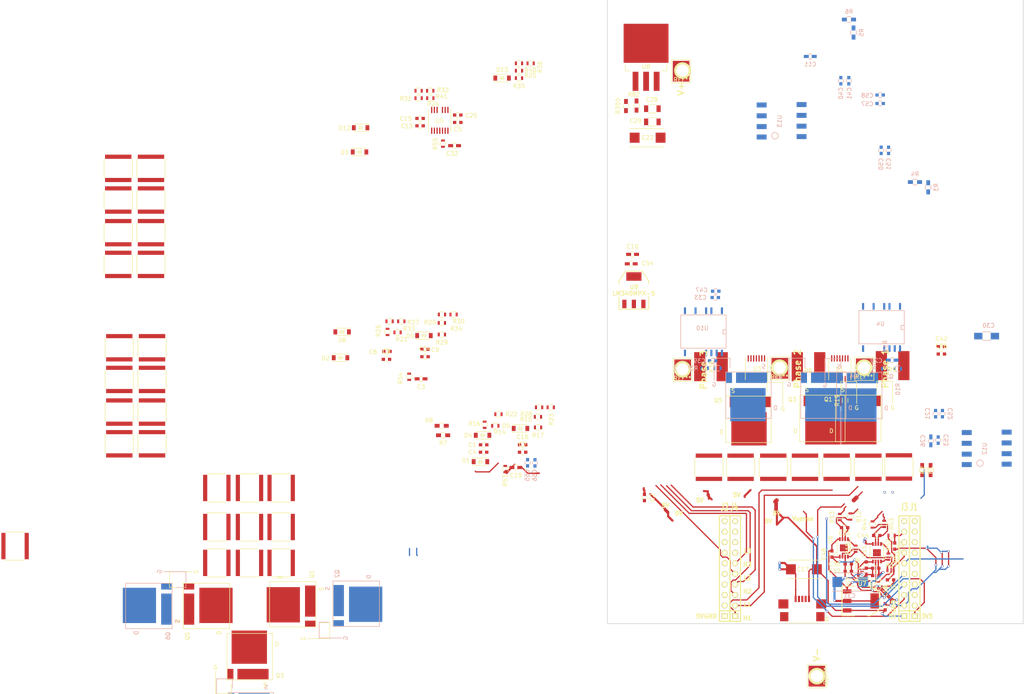
<source format=kicad_pcb>
(kicad_pcb (version 4) (host pcbnew 4.0.0-stable)
  (layers (0 F.Cu signal) (1 In1.Cu signal hide) (2 In2.Cu signal hide) (31 B.Cu signal hide) (34 B.Paste user hide) (35 F.Paste user hide) (36 B.SilkS user) (37 F.SilkS user) (38 B.Mask user hide) (39 F.Mask user) (44 Edge.Cuts user))
  (net 0 "")
  (net 1 GND)
  (net 2 +5V)
  (net 3 V_SUPPLY)
  (net 4 "/Power MOSFETS/CurrentA")
  (net 5 "/Power MOSFETS/H2_VS")
  (net 6 "/Power MOSFETS/CurrentB")
  (net 7 "/Power MOSFETS/CurrentC")
  (net 8 "/Power MOSFETS/M_H1")
  (net 9 "/Power MOSFETS/M_L1")
  (net 10 "/Power MOSFETS/M_H2")
  (net 11 "/Power MOSFETS/M_L2")
  (net 12 "/Power MOSFETS/M_H3")
  (net 13 "/Power MOSFETS/M_L3")
  (net 14 "/Power MOSFETS/PHASE_1")
  (net 15 "/Power MOSFETS/PHASE_3")
  (net 16 "Net-(J1-Pad2)")
  (net 17 "Net-(J1-Pad3)")
  (net 18 "Net-(J1-Pad4)")
  (net 19 "Net-(J1-Pad5)")
  (net 20 "Net-(J1-Pad6)")
  (net 21 "Net-(J1-Pad7)")
  (net 22 "Net-(J1-Pad8)")
  (net 23 "Net-(J1-Pad9)")
  (net 24 "Net-(J1-Pad10)")
  (net 25 "Net-(J2-Pad2)")
  (net 26 "Net-(J2-Pad4)")
  (net 27 "Net-(J2-Pad6)")
  (net 28 "Net-(J2-Pad7)")
  (net 29 "Net-(J2-Pad8)")
  (net 30 "Net-(J2-Pad9)")
  (net 31 "Net-(J3-Pad3)")
  (net 32 "Net-(J3-Pad4)")
  (net 33 "Net-(J3-Pad5)")
  (net 34 "Net-(J3-Pad6)")
  (net 35 "Net-(J3-Pad10)")
  (net 36 "Net-(J4-Pad7)")
  (net 37 "Net-(J4-Pad8)")
  (net 38 "Net-(J4-Pad9)")
  (net 39 "Net-(J4-Pad10)")
  (net 40 +3V3)
  (net 41 "Net-(X1-Pad4)")
  (net 42 "Net-(C1-Pad1)")
  (net 43 "Net-(C6-Pad1)")
  (net 44 "Net-(C13-Pad1)")
  (net 45 "Net-(U1-Pad6)")
  (net 46 "Net-(U3-Pad6)")
  (net 47 "Net-(U5-Pad6)")
  (net 48 VDD)
  (net 49 "Net-(R300-Pad1)")
  (net 50 "Net-(C24-Pad2)")
  (net 51 "Net-(D4-Pad1)")
  (net 52 "Net-(D4-Pad2)")
  (net 53 "Net-(D5-Pad1)")
  (net 54 "Net-(D5-Pad2)")
  (net 55 "Net-(D8-Pad1)")
  (net 56 "Net-(D8-Pad2)")
  (net 57 "Net-(D9-Pad1)")
  (net 58 "Net-(D9-Pad2)")
  (net 59 "Net-(D12-Pad1)")
  (net 60 "Net-(D12-Pad2)")
  (net 61 "Net-(D13-Pad1)")
  (net 62 "Net-(D13-Pad2)")
  (net 63 "Net-(Q1-Pad3)")
  (net 64 "Net-(Q2-Pad3)")
  (net 65 "Net-(Q3-Pad3)")
  (net 66 "Net-(Q4-Pad3)")
  (net 67 "Net-(Q6-Pad3)")
  (net 68 "Net-(Q5-Pad3)")
  (net 69 "Net-(R14-Pad1)")
  (net 70 "Net-(R15-Pad2)")
  (net 71 "Net-(R20-Pad2)")
  (net 72 "Net-(R21-Pad2)")
  (net 73 "Net-(R24-Pad2)")
  (net 74 "Net-(R25-Pad2)")
  (net 75 GNDA)
  (net 76 +1V5)
  (net 77 "Net-(C20-Pad1)")
  (net 78 "Net-(C20-Pad2)")
  (net 79 +5VA)
  (net 80 "Net-(C34-Pad1)")
  (net 81 "Net-(C34-Pad2)")
  (net 82 "Net-(C39-Pad1)")
  (net 83 "Net-(C39-Pad2)")
  (net 84 +5VD)
  (net 85 GNDD)
  (net 86 "Net-(C44-Pad1)")
  (net 87 "Net-(C44-Pad2)")
  (net 88 "Net-(R18-Pad1)")
  (net 89 "Net-(R18-Pad2)")
  (net 90 "Net-(R37-Pad2)")
  (net 91 "Net-(R51-Pad1)")
  (net 92 "Net-(R51-Pad2)")
  (net 93 "Net-(R52-Pad2)")
  (net 94 "Net-(R53-Pad1)")
  (net 95 "Net-(R54-Pad1)")
  (net 96 "Net-(R55-Pad1)")
  (net 97 "Net-(U12-Pad3)")
  (net 98 "Net-(U12-Pad8)")
  (net 99 "Net-(U12-Pad6)")
  (net 100 "Net-(U12-Pad7)")
  (net 101 "Net-(U13-Pad3)")
  (net 102 "Net-(U13-Pad8)")
  (net 103 "Net-(U13-Pad6)")
  (net 104 "Net-(U13-Pad7)")
  (net 105 "/Power MOSFETS/sense1_P")
  (net 106 "/Power MOSFETS/sense2_P")
  (net 107 "/Power MOSFETS/sense2_N")
  (net 108 "/Power MOSFETS/sense1_N")
  (net 109 "Net-(J2-Pad3)")
  (net 110 "Net-(J2-Pad5)")
  (net 111 "Net-(X1-Pad2)")
  (net 112 "Net-(X1-Pad3)")
  (module CRF1:C_2225_invis (layer F.Cu) (at 90.179381 122.158357 180)
    (fp_text reference C49 hide)
    (fp_text value 15uf)
    (pad 1 smd rect (at -2.8 0 180) (size 1 6.35) (layers F.Cu F.Paste F.Mask) (net 3 V_SUPPLY))
    (pad 2 smd rect (at 2.8 0 180) (size 1 6.35) (layers F.Cu F.Paste F.Mask) (net 1 GND))
  )
  (module CRF1:C_2225_invis (layer F.Cu) (at 105.661381 122.158357 180)
    (fp_text reference C49 hide)
    (fp_text value 15uf)
    (pad 1 smd rect (at -2.8 0 180) (size 1 6.35) (layers F.Cu F.Paste F.Mask) (net 3 V_SUPPLY))
    (pad 2 smd rect (at 2.8 0 180) (size 1 6.35) (layers F.Cu F.Paste F.Mask) (net 1 GND))
  )
  (module CRF1:C_2225_invis (layer F.Cu) (at 98.041381 122.158357)
    (fp_text reference C49 hide)
    (fp_text value 15uf)
    (pad 1 smd rect (at -2.8 0) (size 1 6.35) (layers F.Cu F.Paste F.Mask) (net 3 V_SUPPLY))
    (pad 2 smd rect (at 2.8 0) (size 1 6.35) (layers F.Cu F.Paste F.Mask) (net 1 GND))
  )
  (module CRF1:C_2225_invis (layer F.Cu) (at 90.179381 131.556357 180)
    (fp_text reference C49 hide)
    (fp_text value 15uf)
    (pad 1 smd rect (at -2.8 0 180) (size 1 6.35) (layers F.Cu F.Paste F.Mask) (net 3 V_SUPPLY))
    (pad 2 smd rect (at 2.8 0 180) (size 1 6.35) (layers F.Cu F.Paste F.Mask) (net 1 GND))
  )
  (module CRF1:C_2225_invis (layer F.Cu) (at 105.661381 131.556357 180)
    (fp_text reference C49 hide)
    (fp_text value 15uf)
    (pad 1 smd rect (at -2.8 0 180) (size 1 6.35) (layers F.Cu F.Paste F.Mask) (net 3 V_SUPPLY))
    (pad 2 smd rect (at 2.8 0 180) (size 1 6.35) (layers F.Cu F.Paste F.Mask) (net 1 GND))
  )
  (module CRF1:C_2225_invis (layer F.Cu) (at 98.041381 131.556357)
    (fp_text reference C49 hide)
    (fp_text value 15uf)
    (pad 1 smd rect (at -2.8 0) (size 1 6.35) (layers F.Cu F.Paste F.Mask) (net 3 V_SUPPLY))
    (pad 2 smd rect (at 2.8 0) (size 1 6.35) (layers F.Cu F.Paste F.Mask) (net 1 GND))
  )
  (module CRF1:shunt_ERJ-MS6SF1M0U (layer F.Cu) (at 232.504 92.964 180)
    (fp_text reference R9 (at 0.1 -1.024712 180) (layer F.SilkS))
    (fp_text value 0.001R)
    (pad 1 smd rect (at 2.7 0 180) (size 2.7 7) (layers F.Cu F.Paste F.Mask) (net 14 "/Power MOSFETS/PHASE_1"))
    (pad 2 smd rect (at -2.7 0 180) (size 2.7 7) (layers F.Cu F.Paste F.Mask) (net 75 GNDA))
  )
  (module CRF1:C_2225_invis (layer F.Cu) (at 254.254 117.1 270)
    (fp_text reference C49 hide)
    (fp_text value 15uf)
    (pad 1 smd rect (at -2.8 0 270) (size 1 6.35) (layers F.Cu F.Paste F.Mask) (net 3 V_SUPPLY))
    (pad 2 smd rect (at 2.8 0 270) (size 1 6.35) (layers F.Cu F.Paste F.Mask) (net 1 GND))
  )
  (module CRF1:C_2225_invis (layer F.Cu) (at 246.902712 117.169872 270)
    (fp_text reference C49 hide)
    (fp_text value 15uf)
    (pad 1 smd rect (at -2.8 0 270) (size 1 6.35) (layers F.Cu F.Paste F.Mask) (net 3 V_SUPPLY))
    (pad 2 smd rect (at 2.8 0 270) (size 1 6.35) (layers F.Cu F.Paste F.Mask) (net 1 GND))
  )
  (module CRF1:C_2225_invis (layer F.Cu) (at 239.270712 117.169872 270)
    (fp_text reference C49 hide)
    (fp_text value 15uf)
    (pad 1 smd rect (at -2.8 0 270) (size 1 6.35) (layers F.Cu F.Paste F.Mask) (net 3 V_SUPPLY))
    (pad 2 smd rect (at 2.8 0 270) (size 1 6.35) (layers F.Cu F.Paste F.Mask) (net 1 GND))
  )
  (module BGA_ADP172 (layer F.Cu) (at 245.368 141.982)
    (fp_text reference REF** hide)
    (fp_text value bga)
    (pad 1 smd circle (at -0.25 0.25) (size 0.32 0.32) (layers F.Cu F.Paste F.Mask) (net 40 +3V3))
    (pad 2 smd circle (at 0.25 0.25) (size 0.32 0.32) (layers F.Cu F.Paste F.Mask) (net 40 +3V3))
    (pad 3 smd circle (at 0.25 -0.25) (size 0.32 0.32) (layers F.Cu F.Paste F.Mask) (net 1 GND))
    (pad 4 smd circle (at -0.25 -0.25) (size 0.32 0.32) (layers F.Cu F.Paste F.Mask) (net 76 +1V5))
  )
  (module LOGO (layer F.Cu) (at 274.828 146.558)
    (fp_text reference G*** hide)
    (fp_text value LOGO hide)
  )
  (module jumper (layer F.Cu) (at 234.416884 167.45196 90)
    (fp_text reference REF** (at 0 2.3 90) (layer F.SilkS))
    (fp_text value jumper)
    (pad 1 thru_hole circle (at 0 0.1 90) (size 4 4) (drill 3) (layers *.Cu *.Mask F.SilkS) (net 1 GND))
  )
  (module jumper (layer F.Cu) (at 202.184 21.59)
    (fp_text reference REF** (at 0 2.3) (layer F.SilkS))
    (fp_text value jumper)
    (pad 1 thru_hole circle (at 0 0.1) (size 4 4) (drill 3) (layers *.Cu *.Mask F.SilkS) (net 3 V_SUPPLY))
  )
  (module jumper (layer F.Cu) (at 245.872 93.118)
    (fp_text reference REF** (at 0 2.3) (layer F.SilkS))
    (fp_text value jumper)
    (pad 1 thru_hole circle (at 0 0.1) (size 4 4) (drill 3) (layers *.Cu *.Mask F.SilkS) (net 14 "/Power MOSFETS/PHASE_1"))
  )
  (module jumper (layer F.Cu) (at 225.552 93.118)
    (fp_text reference REF** (at 0 2.3) (layer F.SilkS))
    (fp_text value jumper)
    (pad 1 thru_hole circle (at 0 0.1) (size 4 4) (drill 3) (layers *.Cu *.Mask F.SilkS) (net 5 "/Power MOSFETS/H2_VS"))
  )
  (module jumper (layer F.Cu) (at 202.184 93.472)
    (fp_text reference REF** (at 0 2.3) (layer F.SilkS))
    (fp_text value jumper)
    (pad 1 thru_hole circle (at 0 0.1) (size 4 4) (drill 3) (layers *.Cu *.Mask F.SilkS) (net 15 "/Power MOSFETS/PHASE_3"))
  )
  (module Resistors_SMD:R_0603 (layer B.Cu) (at 210.586274 93.33127)
    (fp_text reference R39 (at -6.096 0) (layer B.SilkS) (effects (justify mirror)))
    (fp_text value 20R)
    (pad 1 smd rect (at -0.75 0) (size 0.5 0.9) (layers B.Cu B.Paste B.Mask) (net 82 "Net-(C39-Pad1)"))
    (pad 2 smd rect (at 0.75 0) (size 0.5 0.9) (layers B.Cu B.Paste B.Mask) (net 85 GNDD))
  )
  (module CRF1:1PAD_4x5mm (layer F.Cu) (at 201.854128 21.852712 180)
    (fp_text reference V+ (at 0 -4.3 270) (layer F.SilkS) (effects (font (thickness 0.3048))))
    (fp_text value IN+ hide)
    (pad 1 smd rect (at 0 0 180) (size 4 5) (layers F.Cu F.Paste F.Mask) (net 3 V_SUPPLY))
  )
  (module CRF1:1PAD_4x5mm (layer F.Cu) (at 234.508172 167.45196)
    (fp_text reference V- (at 0 -5.155872 90) (layer F.SilkS) (effects (font (thickness 0.3048))))
    (fp_text value IN- hide)
    (pad 1 smd rect (at 0 0) (size 4 5) (layers F.Cu F.Paste F.Mask) (net 1 GND))
  )
  (module Diodes_SMD:SOD-123 (layer F.Cu) (at 154.102128 109.482712 180)
    (fp_text reference D4 (at 3.480128 0.008712 180) (layer F.SilkS))
    (fp_text value D_Schottky_Small)
    (pad 1 smd rect (at -1.635 0 180) (size 0.91 1.22) (layers F.Cu F.Paste F.Mask) (net 51 "Net-(D4-Pad1)"))
    (pad 2 smd rect (at 1.635 0 180) (size 0.91 1.22) (layers F.Cu F.Paste F.Mask) (net 52 "Net-(D4-Pad2)"))
  )
  (module Capacitors_SMD:C_0603 (layer F.Cu) (at 154.368128 111.768712)
    (fp_text reference C1 (at -2.730128 -0.008712) (layer F.SilkS))
    (fp_text value 0.1uf)
    (pad 1 smd rect (at -0.75 0) (size 0.8 0.75) (layers F.Cu F.Paste F.Mask) (net 42 "Net-(C1-Pad1)"))
    (pad 2 smd rect (at 0.75 0) (size 0.8 0.75) (layers F.Cu F.Paste F.Mask) (net 75 GNDA))
  )
  (module Diodes_SMD:SOD-123 (layer F.Cu) (at 153.594128 115.832712)
    (fp_text reference D1 (at -3.480128 -0.262712) (layer F.SilkS))
    (fp_text value DFLS1150-7)
    (pad 1 smd rect (at -1.635 0) (size 0.91 1.22) (layers F.Cu F.Paste F.Mask) (net 42 "Net-(C1-Pad1)"))
    (pad 2 smd rect (at 1.635 0) (size 0.91 1.22) (layers F.Cu F.Paste F.Mask) (net 48 VDD))
  )
  (module Capacitors_SMD:C_0603 (layer F.Cu) (at 154.356128 113.546712)
    (fp_text reference C4 (at -2.718128 -0.008712) (layer F.SilkS))
    (fp_text value 2.2uf)
    (pad 1 smd rect (at -0.75 0) (size 0.8 0.75) (layers F.Cu F.Paste F.Mask) (net 42 "Net-(C1-Pad1)"))
    (pad 2 smd rect (at 0.75 0) (size 0.8 0.75) (layers F.Cu F.Paste F.Mask) (net 75 GNDA))
  )
  (module Resistors_SMD:R_0603 (layer F.Cu) (at 170.497128 102.751712 180)
    (fp_text reference R23 (at -0.190872 -2.912288 270) (layer F.SilkS))
    (fp_text value R39k)
    (pad 1 smd rect (at -0.75 0 180) (size 0.5 0.9) (layers F.Cu F.Paste F.Mask) (net 1 GND))
    (pad 2 smd rect (at 0.75 0 180) (size 0.5 0.9) (layers F.Cu F.Paste F.Mask) (net 70 "Net-(R15-Pad2)"))
  )
  (module Resistors_SMD:R_0603 (layer F.Cu) (at 167.449128 107.577712 180)
    (fp_text reference R17 (at 0 -1.9 180) (layer F.SilkS))
    (fp_text value R4)
    (pad 1 smd rect (at -0.75 0 180) (size 0.5 0.9) (layers F.Cu F.Paste F.Mask) (net 70 "Net-(R15-Pad2)"))
    (pad 2 smd rect (at 0.75 0 180) (size 0.5 0.9) (layers F.Cu F.Paste F.Mask) (net 54 "Net-(D5-Pad2)"))
  )
  (module Resistors_SMD:R_0603 (layer F.Cu) (at 167.703128 102.751712 180)
    (fp_text reference R28 (at 3.111128 -1.642288 180) (layer F.SilkS))
    (fp_text value ferrite)
    (pad 1 smd rect (at -0.75 0 180) (size 0.5 0.9) (layers F.Cu F.Paste F.Mask) (net 70 "Net-(R15-Pad2)"))
    (pad 2 smd rect (at 0.75 0 180) (size 0.5 0.9) (layers F.Cu F.Paste F.Mask) (net 64 "Net-(Q2-Pad3)"))
  )
  (module Diodes_SMD:SOD-123 (layer F.Cu) (at 163.230128 107.831712)
    (fp_text reference D5 (at -3.464128 -0.643712) (layer F.SilkS))
    (fp_text value D_Schottky_Small)
    (pad 1 smd rect (at -1.635 0) (size 0.91 1.22) (layers F.Cu F.Paste F.Mask) (net 53 "Net-(D5-Pad1)"))
    (pad 2 smd rect (at 1.635 0) (size 0.91 1.22) (layers F.Cu F.Paste F.Mask) (net 54 "Net-(D5-Pad2)"))
  )
  (module Capacitors_SMD:C_0603_HandSoldering (layer B.Cu) (at 252.62387 91.389248 180)
    (fp_text reference C20 (at 3.819872 -0.118288 180) (layer B.SilkS) (effects (justify mirror)))
    (fp_text value 33nf)
    (pad 1 smd rect (at -0.95 0 180) (size 1.2 0.75) (layers B.Cu B.Paste B.Mask) (net 77 "Net-(C20-Pad1)"))
    (pad 2 smd rect (at 0.95 0 180) (size 1.2 0.75) (layers B.Cu B.Paste B.Mask) (net 78 "Net-(C20-Pad2)"))
  )
  (module Capacitors_SMD:C_0603 (layer F.Cu) (at 163.742128 113.546712)
    (fp_text reference C7 (at 0 -1.9) (layer F.SilkS))
    (fp_text value 0.1uf)
    (pad 1 smd rect (at -0.75 0) (size 0.8 0.75) (layers F.Cu F.Paste F.Mask) (net 48 VDD))
    (pad 2 smd rect (at 0.75 0) (size 0.8 0.75) (layers F.Cu F.Paste F.Mask) (net 1 GND))
  )
  (module Resistors_SMD:R_0603 (layer F.Cu) (at 167.425128 105.037712)
    (fp_text reference R15 (at -2.833128 0.626288) (layer F.SilkS))
    (fp_text value 10R)
    (pad 1 smd rect (at -0.75 0) (size 0.5 0.9) (layers F.Cu F.Paste F.Mask) (net 53 "Net-(D5-Pad1)"))
    (pad 2 smd rect (at 0.75 0) (size 0.5 0.9) (layers F.Cu F.Paste F.Mask) (net 70 "Net-(R15-Pad2)"))
  )
  (module CRF1:LGA-13 (layer F.Cu) (at 240.03 93.472 180)
    (fp_text reference U1 (at 0.075872 -0.008712 180) (layer F.SilkS))
    (fp_text value ADuM7223)
    (pad 1 smd rect (at -1.95 2.5 180) (size 0.3 1.5) (layers F.Cu F.Paste F.Mask) (net 1 GND))
    (pad 2 smd rect (at -1.3 2.5 180) (size 0.3 1.5) (layers F.Cu F.Paste F.Mask) (net 8 "/Power MOSFETS/M_H1"))
    (pad 3 smd rect (at -0.65 2.5 180) (size 0.3 1.5) (layers F.Cu F.Paste F.Mask) (net 9 "/Power MOSFETS/M_L1"))
    (pad 4 smd rect (at 0 2.5 180) (size 0.3 1.5) (layers F.Cu F.Paste F.Mask) (net 1 GND))
    (pad 5 smd rect (at 0.65 2.5 180) (size 0.3 1.5) (layers F.Cu F.Paste F.Mask) (net 94 "Net-(R53-Pad1)"))
    (pad 6 smd rect (at 1.3 2.5 180) (size 0.3 1.5) (layers F.Cu F.Paste F.Mask) (net 45 "Net-(U1-Pad6)"))
    (pad 7 smd rect (at 1.95 2.5 180) (size 0.3 1.5) (layers F.Cu F.Paste F.Mask) (net 2 +5V))
    (pad 13 smd rect (at -1.95 -2.5 180) (size 0.3 1.5) (layers F.Cu F.Paste F.Mask) (net 42 "Net-(C1-Pad1)"))
    (pad 12 smd rect (at -1.3 -2.5 180) (size 0.3 1.5) (layers F.Cu F.Paste F.Mask) (net 51 "Net-(D4-Pad1)"))
    (pad 11 smd rect (at -0.65 -2.5 180) (size 0.3 1.5) (layers F.Cu F.Paste F.Mask) (net 75 GNDA))
    (pad 10 smd rect (at 0.65 -2.5 180) (size 0.3 1.5) (layers F.Cu F.Paste F.Mask) (net 48 VDD))
    (pad 9 smd rect (at 1.3 -2.5 180) (size 0.3 1.5) (layers F.Cu F.Paste F.Mask) (net 53 "Net-(D5-Pad1)"))
    (pad 8 smd rect (at 1.95 -2.5 180) (size 0.3 1.5) (layers F.Cu F.Paste F.Mask) (net 1 GND))
  )
  (module Capacitors_SMD:C_0603 (layer F.Cu) (at 163.742128 111.768712)
    (fp_text reference C16 (at 0 -1.9) (layer F.SilkS))
    (fp_text value 2.2uf)
    (pad 1 smd rect (at -0.75 0) (size 0.8 0.75) (layers F.Cu F.Paste F.Mask) (net 48 VDD))
    (pad 2 smd rect (at 0.75 0) (size 0.8 0.75) (layers F.Cu F.Paste F.Mask) (net 1 GND))
  )
  (module Resistors_SMD:R_0603 (layer F.Cu) (at 157.924128 104.402712 180)
    (fp_text reference R22 (at -3.111872 0.008712 180) (layer F.SilkS))
    (fp_text value R39k)
    (pad 1 smd rect (at -0.75 0 180) (size 0.5 0.9) (layers F.Cu F.Paste F.Mask) (net 75 GNDA))
    (pad 2 smd rect (at 0.75 0 180) (size 0.5 0.9) (layers F.Cu F.Paste F.Mask) (net 69 "Net-(R14-Pad1)"))
  )
  (module Resistors_SMD:R_0603 (layer F.Cu) (at 241.3 101.092 90)
    (fp_text reference R19 (at 0 -1.9 90) (layer F.SilkS))
    (fp_text value ferrite)
    (pad 1 smd rect (at -0.75 0 90) (size 0.5 0.9) (layers F.Cu F.Paste F.Mask) (net 63 "Net-(Q1-Pad3)"))
    (pad 2 smd rect (at 0.75 0 90) (size 0.5 0.9) (layers F.Cu F.Paste F.Mask) (net 69 "Net-(R14-Pad1)"))
  )
  (module Resistors_SMD:R_0603 (layer F.Cu) (at 154.610128 106.942712 270)
    (fp_text reference R16 (at -0.262712 2.464128 360) (layer F.SilkS))
    (fp_text value R4)
    (pad 1 smd rect (at -0.75 0 270) (size 0.5 0.9) (layers F.Cu F.Paste F.Mask) (net 69 "Net-(R14-Pad1)"))
    (pad 2 smd rect (at 0.75 0 270) (size 0.5 0.9) (layers F.Cu F.Paste F.Mask) (net 52 "Net-(D4-Pad2)"))
  )
  (module Resistors_SMD:R_0603 (layer F.Cu) (at 157.162128 107.196712 180)
    (fp_text reference R14 (at -1.079872 -1.515288 180) (layer F.SilkS))
    (fp_text value 10R)
    (pad 1 smd rect (at -0.75 0 180) (size 0.5 0.9) (layers F.Cu F.Paste F.Mask) (net 69 "Net-(R14-Pad1)"))
    (pad 2 smd rect (at 0.75 0 180) (size 0.5 0.9) (layers F.Cu F.Paste F.Mask) (net 51 "Net-(D4-Pad1)"))
  )
  (module CRF1:SIL-10J1 (layer F.Cu) (at 258.05641 141.564752 90)
    (fp_text reference J1 (at 14.818752 -0.24641 180) (layer F.SilkS) (effects (font (size 1.72974 1.08712) (thickness 0.27178))))
    (fp_text value Ti_Booster_40_J1 hide)
    (pad 1 thru_hole rect (at -11.43 0 90) (size 1.397 1.397) (drill 0.8128) (layers *.Cu *.Mask F.SilkS) (net 40 +3V3))
    (pad 2 thru_hole circle (at -8.89 0 90) (size 1.397 1.397) (drill 0.8128) (layers *.Cu *.Mask F.SilkS) (net 16 "Net-(J1-Pad2)"))
    (pad 3 thru_hole circle (at -6.35 0 90) (size 1.397 1.397) (drill 0.8128) (layers *.Cu *.Mask F.SilkS) (net 17 "Net-(J1-Pad3)"))
    (pad 4 thru_hole circle (at -3.81 0 90) (size 1.397 1.397) (drill 0.8128) (layers *.Cu *.Mask F.SilkS) (net 18 "Net-(J1-Pad4)"))
    (pad 5 thru_hole circle (at -1.27 0 90) (size 1.397 1.397) (drill 0.8128) (layers *.Cu *.Mask F.SilkS) (net 19 "Net-(J1-Pad5)"))
    (pad 6 thru_hole circle (at 1.27 0 90) (size 1.397 1.397) (drill 0.8128) (layers *.Cu *.Mask F.SilkS) (net 20 "Net-(J1-Pad6)"))
    (pad 7 thru_hole circle (at 3.81 0 90) (size 1.397 1.397) (drill 0.8128) (layers *.Cu *.Mask F.SilkS) (net 21 "Net-(J1-Pad7)"))
    (pad 8 thru_hole circle (at 6.35 0 90) (size 1.397 1.397) (drill 0.8128) (layers *.Cu *.Mask F.SilkS) (net 22 "Net-(J1-Pad8)"))
    (pad 9 thru_hole circle (at 8.89 0 90) (size 1.397 1.397) (drill 0.8128) (layers *.Cu *.Mask F.SilkS) (net 23 "Net-(J1-Pad9)"))
    (pad 10 thru_hole circle (at 11.43 0 90) (size 1.397 1.397) (drill 0.8128) (layers *.Cu *.Mask F.SilkS) (net 24 "Net-(J1-Pad10)"))
  )
  (module CRF1:SIL-10J2 (layer F.Cu) (at 212.33641 141.564752 90)
    (fp_text reference J2 (at 14.818752 0 180) (layer F.SilkS) (effects (font (size 1.72974 1.08712) (thickness 0.27178))))
    (fp_text value Ti_Booster_40_J2 hide)
    (pad 1 thru_hole rect (at -11.43 0 90) (size 1.397 1.397) (drill 0.8128) (layers *.Cu *.Mask F.SilkS) (net 1 GND))
    (pad 2 thru_hole circle (at -8.89 0 90) (size 1.397 1.397) (drill 0.8128) (layers *.Cu *.Mask F.SilkS) (net 25 "Net-(J2-Pad2)"))
    (pad 3 thru_hole circle (at -6.35 0 90) (size 1.397 1.397) (drill 0.8128) (layers *.Cu *.Mask F.SilkS) (net 109 "Net-(J2-Pad3)"))
    (pad 4 thru_hole circle (at -3.81 0 90) (size 1.397 1.397) (drill 0.8128) (layers *.Cu *.Mask F.SilkS) (net 26 "Net-(J2-Pad4)"))
    (pad 5 thru_hole circle (at -1.27 0 90) (size 1.397 1.397) (drill 0.8128) (layers *.Cu *.Mask F.SilkS) (net 110 "Net-(J2-Pad5)"))
    (pad 6 thru_hole circle (at 1.27 0 90) (size 1.397 1.397) (drill 0.8128) (layers *.Cu *.Mask F.SilkS) (net 27 "Net-(J2-Pad6)"))
    (pad 7 thru_hole circle (at 3.81 0 90) (size 1.397 1.397) (drill 0.8128) (layers *.Cu *.Mask F.SilkS) (net 28 "Net-(J2-Pad7)"))
    (pad 8 thru_hole circle (at 6.35 0 90) (size 1.397 1.397) (drill 0.8128) (layers *.Cu *.Mask F.SilkS) (net 29 "Net-(J2-Pad8)"))
    (pad 9 thru_hole circle (at 8.89 0 90) (size 1.397 1.397) (drill 0.8128) (layers *.Cu *.Mask F.SilkS) (net 30 "Net-(J2-Pad9)"))
    (pad 10 thru_hole circle (at 11.43 0 90) (size 1.397 1.397) (drill 0.8128) (layers *.Cu *.Mask F.SilkS) (net 50 "Net-(C24-Pad2)"))
  )
  (module CRF1:SIL-10J3 (layer F.Cu) (at 255.51641 141.564752 90)
    (fp_text reference J3 (at 14.818752 0 180) (layer F.SilkS) (effects (font (size 1.72974 1.08712) (thickness 0.3048))))
    (fp_text value Ti_Booster_40_J3 hide)
    (pad 1 thru_hole rect (at -11.43 0 90) (size 1.397 1.397) (drill 0.8128) (layers *.Cu *.Mask F.SilkS) (net 2 +5V))
    (pad 2 thru_hole circle (at -8.89 0 90) (size 1.397 1.397) (drill 0.8128) (layers *.Cu *.Mask F.SilkS) (net 1 GND))
    (pad 3 thru_hole circle (at -6.35 0 90) (size 1.397 1.397) (drill 0.8128) (layers *.Cu *.Mask F.SilkS) (net 31 "Net-(J3-Pad3)"))
    (pad 4 thru_hole circle (at -3.81 0 90) (size 1.397 1.397) (drill 0.8128) (layers *.Cu *.Mask F.SilkS) (net 32 "Net-(J3-Pad4)"))
    (pad 5 thru_hole circle (at -1.27 0 90) (size 1.397 1.397) (drill 0.8128) (layers *.Cu *.Mask F.SilkS) (net 33 "Net-(J3-Pad5)"))
    (pad 6 thru_hole circle (at 1.27 0 90) (size 1.397 1.397) (drill 0.8128) (layers *.Cu *.Mask F.SilkS) (net 34 "Net-(J3-Pad6)"))
    (pad 7 thru_hole circle (at 3.81 0 90) (size 1.397 1.397) (drill 0.8128) (layers *.Cu *.Mask F.SilkS) (net 4 "/Power MOSFETS/CurrentA"))
    (pad 8 thru_hole circle (at 6.35 0 90) (size 1.397 1.397) (drill 0.8128) (layers *.Cu *.Mask F.SilkS) (net 6 "/Power MOSFETS/CurrentB"))
    (pad 9 thru_hole circle (at 8.89 0 90) (size 1.397 1.397) (drill 0.8128) (layers *.Cu *.Mask F.SilkS) (net 7 "/Power MOSFETS/CurrentC"))
    (pad 10 thru_hole circle (at 11.43 0 90) (size 1.397 1.397) (drill 0.8128) (layers *.Cu *.Mask F.SilkS) (net 35 "Net-(J3-Pad10)"))
  )
  (module CRF1:SIL-10J4 (layer F.Cu) (at 214.87641 141.564752 90)
    (fp_text reference J4 (at 14.818752 -0.24641 180) (layer F.SilkS) (effects (font (size 1.72974 1.08712) (thickness 0.27178))))
    (fp_text value Ti_Booster_40_J4 hide)
    (pad 1 thru_hole rect (at -11.43 0 90) (size 1.397 1.397) (drill 0.8128) (layers *.Cu *.Mask F.SilkS) (net 8 "/Power MOSFETS/M_H1"))
    (pad 2 thru_hole circle (at -8.89 0 90) (size 1.397 1.397) (drill 0.8128) (layers *.Cu *.Mask F.SilkS) (net 9 "/Power MOSFETS/M_L1"))
    (pad 3 thru_hole circle (at -6.35 0 90) (size 1.397 1.397) (drill 0.8128) (layers *.Cu *.Mask F.SilkS) (net 10 "/Power MOSFETS/M_H2"))
    (pad 4 thru_hole circle (at -3.81 0 90) (size 1.397 1.397) (drill 0.8128) (layers *.Cu *.Mask F.SilkS) (net 11 "/Power MOSFETS/M_L2"))
    (pad 5 thru_hole circle (at -1.27 0 90) (size 1.397 1.397) (drill 0.8128) (layers *.Cu *.Mask F.SilkS) (net 12 "/Power MOSFETS/M_H3"))
    (pad 6 thru_hole circle (at 1.27 0 90) (size 1.397 1.397) (drill 0.8128) (layers *.Cu *.Mask F.SilkS) (net 13 "/Power MOSFETS/M_L3"))
    (pad 7 thru_hole circle (at 3.81 0 90) (size 1.397 1.397) (drill 0.8128) (layers *.Cu *.Mask F.SilkS) (net 36 "Net-(J4-Pad7)"))
    (pad 8 thru_hole circle (at 6.35 0 90) (size 1.397 1.397) (drill 0.8128) (layers *.Cu *.Mask F.SilkS) (net 37 "Net-(J4-Pad8)"))
    (pad 9 thru_hole circle (at 8.89 0 90) (size 1.397 1.397) (drill 0.8128) (layers *.Cu *.Mask F.SilkS) (net 38 "Net-(J4-Pad9)"))
    (pad 10 thru_hole circle (at 11.43 0 90) (size 1.397 1.397) (drill 0.8128) (layers *.Cu *.Mask F.SilkS) (net 39 "Net-(J4-Pad10)"))
  )
  (module Capacitors_SMD:C_1206_HandSoldering (layer B.Cu) (at 275.336 85.598)
    (fp_text reference C30 (at 0.476 -2.54) (layer B.SilkS) (effects (justify mirror)))
    (fp_text value 2.2uf)
    (pad 1 smd rect (at -2 0) (size 2 1.6) (layers B.Cu B.Paste B.Mask) (net 40 +3V3))
    (pad 2 smd rect (at 2 0) (size 2 1.6) (layers B.Cu B.Paste B.Mask) (net 1 GND))
  )
  (module Resistors_SMD:R_0603_HandSoldering (layer F.Cu) (at 144.61 109.474 180)
    (fp_text reference R7 (at 0 -1.9 180) (layer F.SilkS))
    (fp_text value 1.3K)
    (pad 1 smd rect (at -1.1 0 180) (size 1.2 0.9) (layers F.Cu F.Paste F.Mask) (net 1 GND))
    (pad 2 smd rect (at 1.1 0 180) (size 1.2 0.9) (layers F.Cu F.Paste F.Mask) (net 31 "Net-(J3-Pad3)"))
  )
  (module Resistors_SMD:R_0603_HandSoldering (layer F.Cu) (at 144.272 107.188)
    (fp_text reference R8 (at -3.048 -1.27) (layer F.SilkS))
    (fp_text value 39K)
    (pad 1 smd rect (at -1.1 0) (size 1.2 0.9) (layers F.Cu F.Paste F.Mask) (net 31 "Net-(J3-Pad3)"))
    (pad 2 smd rect (at 1.1 0) (size 1.2 0.9) (layers F.Cu F.Paste F.Mask) (net 3 V_SUPPLY))
  )
  (module CRF1:SOT-223 (layer F.Cu) (at 245.11 149.352 270)
    (fp_text reference U7 (at -4.136 -0.3 540) (layer F.SilkS) (effects (font (size 1.016 1.016) (thickness 0.2032))))
    (fp_text value NCP1117ST33T3G hide)
    (pad 2 smd rect (at 0 -3.302 270) (size 3.6576 2.032) (layers F.Cu F.Paste F.Mask) (net 40 +3V3))
    (pad 2 smd rect (at 0 3.302 270) (size 1.016 2.032) (layers F.Cu F.Paste F.Mask) (net 40 +3V3))
    (pad 3 smd rect (at 2.286 3.302 270) (size 1.016 2.032) (layers F.Cu F.Paste F.Mask) (net 2 +5V))
    (pad 1 smd rect (at -2.286 3.302 270) (size 1.016 2.032) (layers F.Cu F.Paste F.Mask) (net 1 GND))
  )
  (module Resistors_SMD:R_0603_HandSoldering (layer F.Cu) (at 191.135 30.107712 90)
    (fp_text reference R82 (at 2.675712 -0.635 180) (layer F.SilkS))
    (fp_text value R)
    (pad 1 smd rect (at -1.1 0 90) (size 1.2 0.9) (layers F.Cu F.Paste F.Mask) (net 48 VDD))
    (pad 2 smd rect (at 1.1 0 90) (size 1.2 0.9) (layers F.Cu F.Paste F.Mask) (net 49 "Net-(R300-Pad1)"))
  )
  (module Resistors_SMD:R_0603_HandSoldering (layer F.Cu) (at 188.595 30.226 270)
    (fp_text reference R300 (at 0 1.905 270) (layer F.SilkS))
    (fp_text value R_Small)
    (pad 1 smd rect (at -1.1 0 270) (size 1.2 0.9) (layers F.Cu F.Paste F.Mask) (net 49 "Net-(R300-Pad1)"))
    (pad 2 smd rect (at 1.1 0 270) (size 1.2 0.9) (layers F.Cu F.Paste F.Mask) (net 1 GND))
  )
  (module TO_SOT_Packages_SMD:TO-263-3Lead (layer F.Cu) (at 193.43338 24.271712 90)
    (fp_text reference U8 (at 3.5 0 180) (layer F.SilkS))
    (fp_text value tl783)
    (pad 2 smd rect (at 0 0 90) (size 4.6 1.39) (layers F.Cu F.Paste F.Mask) (net 48 VDD))
    (pad 4 smd rect (at 9.15 0 90) (size 9.4 10.8) (layers F.Cu F.Paste F.Mask) (net 48 VDD))
    (pad 3 smd rect (at 0 2.54 90) (size 4.6 1.39) (layers F.Cu F.Paste F.Mask) (net 3 V_SUPPLY))
    (pad 1 smd rect (at 0 -2.54 90) (size 4.6 1.39) (layers F.Cu F.Paste F.Mask) (net 49 "Net-(R300-Pad1)"))
  )
  (module Capacitors_SMD:C_1206 (layer F.Cu) (at 194.945 34.036 180)
    (fp_text reference C29 (at 4.064 0.254 180) (layer F.SilkS))
    (fp_text value 10uf)
    (pad 1 smd rect (at -1.5 0 180) (size 1 1.6) (layers F.Cu F.Paste F.Mask) (net 1 GND))
    (pad 2 smd rect (at 1.5 0 180) (size 1 1.6) (layers F.Cu F.Paste F.Mask) (net 48 VDD))
  )
  (module Capacitors_SMD:C_1206 (layer F.Cu) (at 194.945 30.861 180)
    (fp_text reference C28 (at 0.127 2.159 180) (layer F.SilkS))
    (fp_text value 10uf)
    (pad 1 smd rect (at -1.5 0 180) (size 1 1.6) (layers F.Cu F.Paste F.Mask) (net 1 GND))
    (pad 2 smd rect (at 1.5 0 180) (size 1 1.6) (layers F.Cu F.Paste F.Mask) (net 48 VDD))
  )
  (module Capacitors_SMD:C_0603 (layer F.Cu) (at 250.952 150.761 90)
    (fp_text reference C18 (at 3.798 0 90) (layer F.SilkS))
    (fp_text value 10uf)
    (pad 1 smd rect (at -0.75 0 90) (size 0.8 0.75) (layers F.Cu F.Paste F.Mask) (net 2 +5V))
    (pad 2 smd rect (at 0.75 0 90) (size 0.8 0.75) (layers F.Cu F.Paste F.Mask) (net 1 GND))
  )
  (module Capacitors_Tantalum_SMD:TantalC_SizeD_EIA-7343_Reflow (layer B.Cu) (at 242.57 144.78)
    (fp_text reference C31 (at -0.20066 3.29946) (layer B.SilkS) (effects (justify mirror)))
    (fp_text value 100uf)
    (pad 2 smd rect (at 3.12 0) (size 2.37 2.43) (layers B.Cu B.Paste B.Mask) (net 1 GND))
    (pad 1 smd rect (at -3.12 0) (size 2.37 2.43) (layers B.Cu B.Paste B.Mask) (net 40 +3V3))
  )
  (module Capacitors_Tantalum_SMD:TantalC_SizeD_EIA-7343_Reflow (layer F.Cu) (at 231.394 141.732 180)
    (fp_text reference C17 (at 0.254 0 180) (layer F.SilkS))
    (fp_text value 100uf)
    (pad 2 smd rect (at 3.12 0 180) (size 2.37 2.43) (layers F.Cu F.Paste F.Mask) (net 1 GND))
    (pad 1 smd rect (at -3.12 0 180) (size 2.37 2.43) (layers F.Cu F.Paste F.Mask) (net 2 +5V))
  )
  (module Capacitors_Tantalum_SMD:TantalC_SizeD_EIA-7343_Reflow (layer F.Cu) (at 193.802 37.846)
    (fp_text reference C22 (at 0 0) (layer F.SilkS))
    (fp_text value 100uf)
    (pad 2 smd rect (at 3.12 0) (size 2.37 2.43) (layers F.Cu F.Paste F.Mask) (net 1 GND))
    (pad 1 smd rect (at -3.12 0) (size 2.37 2.43) (layers F.Cu F.Paste F.Mask) (net 48 VDD))
  )
  (module Capacitors_SMD:C_0603 (layer F.Cu) (at 193.04 124.448 270)
    (fp_text reference C2 (at 0 -1.9 270) (layer F.SilkS))
    (fp_text value 0.1uf)
    (pad 1 smd rect (at -0.75 0 270) (size 0.8 0.75) (layers F.Cu F.Paste F.Mask) (net 48 VDD))
    (pad 2 smd rect (at 0.75 0 270) (size 0.8 0.75) (layers F.Cu F.Paste F.Mask) (net 1 GND))
  )
  (module Capacitors_SMD:C_0603_HandSoldering (layer F.Cu) (at 139.309128 95.893712 180)
    (fp_text reference C3 (at 0 -1.9 180) (layer F.SilkS))
    (fp_text value 0.1uf)
    (pad 1 smd rect (at -0.95 0 180) (size 1.2 0.75) (layers F.Cu F.Paste F.Mask) (net 1 GND))
    (pad 2 smd rect (at 0.95 0 180) (size 1.2 0.75) (layers F.Cu F.Paste F.Mask) (net 2 +5V))
  )
  (module Capacitors_SMD:C_0603 (layer F.Cu) (at 148.133128 34.171712)
    (fp_text reference C5 (at 0 1.642288) (layer F.SilkS))
    (fp_text value 2.2)
    (pad 1 smd rect (at -0.75 0) (size 0.8 0.75) (layers F.Cu F.Paste F.Mask) (net 48 VDD))
    (pad 2 smd rect (at 0.75 0) (size 0.8 0.75) (layers F.Cu F.Paste F.Mask) (net 1 GND))
  )
  (module Capacitors_SMD:C_0603 (layer F.Cu) (at 131.115128 89.289712)
    (fp_text reference C6 (at -3.353128 0.118288) (layer F.SilkS))
    (fp_text value 0.1uf)
    (pad 1 smd rect (at -0.75 0) (size 0.8 0.75) (layers F.Cu F.Paste F.Mask) (net 43 "Net-(C6-Pad1)"))
    (pad 2 smd rect (at 0.75 0) (size 0.8 0.75) (layers F.Cu F.Paste F.Mask) (net 5 "/Power MOSFETS/H2_VS"))
  )
  (module Capacitors_SMD:C_0603 (layer F.Cu) (at 130.988128 91.194712)
    (fp_text reference C8 (at 0 -1.9) (layer F.SilkS))
    (fp_text value 2.2)
    (pad 1 smd rect (at -0.75 0) (size 0.8 0.75) (layers F.Cu F.Paste F.Mask) (net 43 "Net-(C6-Pad1)"))
    (pad 2 smd rect (at 0.75 0) (size 0.8 0.75) (layers F.Cu F.Paste F.Mask) (net 5 "/Power MOSFETS/H2_VS"))
  )
  (module Capacitors_SMD:C_0603 (layer F.Cu) (at 140.259128 88.781712)
    (fp_text reference C9 (at 2.488872 0.118288) (layer F.SilkS))
    (fp_text value 2.2)
    (pad 1 smd rect (at -0.75 0) (size 0.8 0.75) (layers F.Cu F.Paste F.Mask) (net 48 VDD))
    (pad 2 smd rect (at 0.75 0) (size 0.8 0.75) (layers F.Cu F.Paste F.Mask) (net 1 GND))
  )
  (module Capacitors_SMD:C_0603_HandSoldering (layer F.Cu) (at 190.18 65.921712)
    (fp_text reference C10 (at 0 -1.9) (layer F.SilkS))
    (fp_text value 0.1uf)
    (pad 1 smd rect (at -0.95 0) (size 1.2 0.75) (layers F.Cu F.Paste F.Mask) (net 1 GND))
    (pad 2 smd rect (at 0.95 0) (size 1.2 0.75) (layers F.Cu F.Paste F.Mask) (net 2 +5V))
  )
  (module Capacitors_SMD:C_0603_HandSoldering (layer B.Cu) (at 232.918 18.288)
    (fp_text reference C11 (at 0 1.9) (layer B.SilkS) (effects (justify mirror)))
    (fp_text value 1uf)
    (pad 1 smd rect (at -0.95 0) (size 1.2 0.75) (layers B.Cu B.Paste B.Mask) (net 40 +3V3))
    (pad 2 smd rect (at 0.95 0) (size 1.2 0.75) (layers B.Cu B.Paste B.Mask) (net 1 GND))
  )
  (module Capacitors_SMD:C_0603 (layer F.Cu) (at 139.076921 33.204581)
    (fp_text reference C15 (at -3.440921 0.069419) (layer F.SilkS))
    (fp_text value 2.2)
    (pad 1 smd rect (at -0.75 0) (size 0.8 0.75) (layers F.Cu F.Paste F.Mask) (net 44 "Net-(C13-Pad1)"))
    (pad 2 smd rect (at 0.75 0) (size 0.8 0.75) (layers F.Cu F.Paste F.Mask) (net 85 GNDD))
  )
  (module Capacitors_SMD:C_0603_HandSoldering (layer F.Cu) (at 162.103128 117.229712 180)
    (fp_text reference C19 (at 0 -1.9 180) (layer F.SilkS))
    (fp_text value 0.1uf)
    (pad 1 smd rect (at -0.95 0 180) (size 1.2 0.75) (layers F.Cu F.Paste F.Mask) (net 1 GND))
    (pad 2 smd rect (at 0.95 0 180) (size 1.2 0.75) (layers F.Cu F.Paste F.Mask) (net 2 +5V))
  )
  (module Capacitors_SMD:C_0603_HandSoldering (layer B.Cu) (at 261.925128 110.813712 270)
    (fp_text reference C26 (at 0 1.9 270) (layer B.SilkS) (effects (justify mirror)))
    (fp_text value 0.1uf)
    (pad 1 smd rect (at -0.95 0 270) (size 1.2 0.75) (layers B.Cu B.Paste B.Mask) (net 79 +5VA))
    (pad 2 smd rect (at 0.95 0 270) (size 1.2 0.75) (layers B.Cu B.Paste B.Mask) (net 75 GNDA))
  )
  (module Capacitors_SMD:C_0603_HandSoldering (layer F.Cu) (at 147.371128 39.759712)
    (fp_text reference C32 (at -0.559128 1.896288) (layer F.SilkS))
    (fp_text value 0.1uf)
    (pad 1 smd rect (at -0.95 0) (size 1.2 0.75) (layers F.Cu F.Paste F.Mask) (net 2 +5V))
    (pad 2 smd rect (at 0.95 0) (size 1.2 0.75) (layers F.Cu F.Paste F.Mask) (net 1 GND))
  )
  (module Diodes_SMD:SOD-123 (layer F.Cu) (at 119.939128 90.813712)
    (fp_text reference D2 (at -3.607128 0.118288) (layer F.SilkS))
    (fp_text value DFLS1150-7)
    (pad 1 smd rect (at -1.635 0) (size 0.91 1.22) (layers F.Cu F.Paste F.Mask) (net 43 "Net-(C6-Pad1)"))
    (pad 2 smd rect (at 1.635 0) (size 0.91 1.22) (layers F.Cu F.Paste F.Mask) (net 48 VDD))
  )
  (module Diodes_SMD:SOD-123 (layer F.Cu) (at 124.511128 41.283712)
    (fp_text reference D3 (at -3.607128 0.118288) (layer F.SilkS))
    (fp_text value DFLS1150-7)
    (pad 1 smd rect (at -1.635 0) (size 0.91 1.22) (layers F.Cu F.Paste F.Mask) (net 44 "Net-(C13-Pad1)"))
    (pad 2 smd rect (at 1.635 0) (size 0.91 1.22) (layers F.Cu F.Paste F.Mask) (net 48 VDD))
  )
  (module Diodes_SMD:SOD-123 (layer F.Cu) (at 120.320128 84.590712 180)
    (fp_text reference D8 (at 0 -2 180) (layer F.SilkS))
    (fp_text value D_Schottky_Small)
    (pad 1 smd rect (at -1.635 0 180) (size 0.91 1.22) (layers F.Cu F.Paste F.Mask) (net 55 "Net-(D8-Pad1)"))
    (pad 2 smd rect (at 1.635 0 180) (size 0.91 1.22) (layers F.Cu F.Paste F.Mask) (net 56 "Net-(D8-Pad2)"))
  )
  (module Diodes_SMD:SOD-123 (layer F.Cu) (at 140.005128 85.479712)
    (fp_text reference D9 (at -3.353128 0.118288) (layer F.SilkS))
    (fp_text value D_Schottky_Small)
    (pad 1 smd rect (at -1.635 0) (size 0.91 1.22) (layers F.Cu F.Paste F.Mask) (net 57 "Net-(D9-Pad1)"))
    (pad 2 smd rect (at 1.635 0) (size 0.91 1.22) (layers F.Cu F.Paste F.Mask) (net 58 "Net-(D9-Pad2)"))
  )
  (module Diodes_SMD:SOD-123 (layer F.Cu) (at 124.765128 35.441712 180)
    (fp_text reference D12 (at 3.861128 -0.118288 180) (layer F.SilkS))
    (fp_text value D_Schottky_Small)
    (pad 1 smd rect (at -1.635 0 180) (size 0.91 1.22) (layers F.Cu F.Paste F.Mask) (net 59 "Net-(D12-Pad1)"))
    (pad 2 smd rect (at 1.635 0 180) (size 0.91 1.22) (layers F.Cu F.Paste F.Mask) (net 60 "Net-(D12-Pad2)"))
  )
  (module Diodes_SMD:SOD-123 (layer F.Cu) (at 158.801128 23.503712)
    (fp_text reference D13 (at 0 -2) (layer F.SilkS))
    (fp_text value D_Schottky_Small)
    (pad 1 smd rect (at -1.635 0) (size 0.91 1.22) (layers F.Cu F.Paste F.Mask) (net 61 "Net-(D13-Pad1)"))
    (pad 2 smd rect (at 1.635 0) (size 0.91 1.22) (layers F.Cu F.Paste F.Mask) (net 62 "Net-(D13-Pad2)"))
  )
  (module CRF1:1PAD_4x5mm (layer F.Cu) (at 245.923128 93.480712 180)
    (fp_text reference "Phase 1" (at -5.028872 0.008712 270) (layer F.SilkS) (effects (font (thickness 0.3048))))
    (fp_text value MOTOR3 hide)
    (pad 1 smd rect (at 0 0 180) (size 4 5) (layers F.Cu F.Paste F.Mask) (net 14 "/Power MOSFETS/PHASE_1"))
  )
  (module CRF1:1PAD_4x5mm (layer F.Cu) (at 225.603128 93.353712 180)
    (fp_text reference "Phase 2" (at -4.266872 -0.118288 270) (layer F.SilkS) (effects (font (thickness 0.3048))))
    (fp_text value MOTOR2 hide)
    (pad 1 smd rect (at 0 0 180) (size 4 5) (layers F.Cu F.Paste F.Mask) (net 5 "/Power MOSFETS/H2_VS"))
  )
  (module CRF1:1PAD_4x5mm (layer F.Cu) (at 202.235128 93.726 180)
    (fp_text reference "Phase 3" (at -5.028872 0 270) (layer F.SilkS) (effects (font (thickness 0.3048))))
    (fp_text value MOTOR1 hide)
    (pad 1 smd rect (at 0 0 180) (size 4 5) (layers F.Cu F.Paste F.Mask) (net 15 "/Power MOSFETS/PHASE_3"))
  )
  (module Resistors_SMD:R_0603 (layer F.Cu) (at 144.311128 82.431712)
    (fp_text reference R20 (at -2.833128 -0.135712) (layer F.SilkS))
    (fp_text value 10R)
    (pad 1 smd rect (at -0.75 0) (size 0.5 0.9) (layers F.Cu F.Paste F.Mask) (net 57 "Net-(D9-Pad1)"))
    (pad 2 smd rect (at 0.75 0) (size 0.5 0.9) (layers F.Cu F.Paste F.Mask) (net 71 "Net-(R20-Pad2)"))
  )
  (module Resistors_SMD:R_0603 (layer F.Cu) (at 133.655128 84.717712)
    (fp_text reference R21 (at 0.964872 1.642288) (layer F.SilkS))
    (fp_text value 10R)
    (pad 1 smd rect (at -0.75 0) (size 0.5 0.9) (layers F.Cu F.Paste F.Mask) (net 55 "Net-(D8-Pad1)"))
    (pad 2 smd rect (at 0.75 0) (size 0.5 0.9) (layers F.Cu F.Paste F.Mask) (net 72 "Net-(R21-Pad2)"))
  )
  (module Resistors_SMD:R_0603 (layer F.Cu) (at 141.529128 28.329712)
    (fp_text reference R24 (at 0.710872 1.388288) (layer F.SilkS))
    (fp_text value 10R)
    (pad 1 smd rect (at -0.75 0) (size 0.5 0.9) (layers F.Cu F.Paste F.Mask) (net 59 "Net-(D12-Pad1)"))
    (pad 2 smd rect (at 0.75 0) (size 0.5 0.9) (layers F.Cu F.Paste F.Mask) (net 73 "Net-(R24-Pad2)"))
  )
  (module Resistors_SMD:R_0603 (layer F.Cu) (at 162.865128 21.725712)
    (fp_text reference R25 (at 2.742872 1.134288) (layer F.SilkS))
    (fp_text value 10R)
    (pad 1 smd rect (at -0.75 0) (size 0.5 0.9) (layers F.Cu F.Paste F.Mask) (net 61 "Net-(D13-Pad1)"))
    (pad 2 smd rect (at 0.75 0) (size 0.5 0.9) (layers F.Cu F.Paste F.Mask) (net 74 "Net-(R25-Pad2)"))
  )
  (module Resistors_SMD:R_0603 (layer F.Cu) (at 131.242128 84.590712 270)
    (fp_text reference R26 (at -0.262712 2.210128 270) (layer F.SilkS))
    (fp_text value R4)
    (pad 1 smd rect (at -0.75 0 270) (size 0.5 0.9) (layers F.Cu F.Paste F.Mask) (net 72 "Net-(R21-Pad2)"))
    (pad 2 smd rect (at 0.75 0 270) (size 0.5 0.9) (layers F.Cu F.Paste F.Mask) (net 56 "Net-(D8-Pad2)"))
  )
  (module Resistors_SMD:R_0603 (layer F.Cu) (at 134.556128 82.050712 180)
    (fp_text reference R27 (at -2.857872 -0.245288 180) (layer F.SilkS))
    (fp_text value R39k)
    (pad 1 smd rect (at -0.75 0 180) (size 0.5 0.9) (layers F.Cu F.Paste F.Mask) (net 5 "/Power MOSFETS/H2_VS"))
    (pad 2 smd rect (at 0.75 0 180) (size 0.5 0.9) (layers F.Cu F.Paste F.Mask) (net 72 "Net-(R21-Pad2)"))
  )
  (module Resistors_SMD:R_0603 (layer F.Cu) (at 144.311128 85.225712 180)
    (fp_text reference R29 (at 0 -1.9 180) (layer F.SilkS))
    (fp_text value R4)
    (pad 1 smd rect (at -0.75 0 180) (size 0.5 0.9) (layers F.Cu F.Paste F.Mask) (net 71 "Net-(R20-Pad2)"))
    (pad 2 smd rect (at 0.75 0 180) (size 0.5 0.9) (layers F.Cu F.Paste F.Mask) (net 58 "Net-(D9-Pad2)"))
  )
  (module Resistors_SMD:R_0603 (layer F.Cu) (at 147.129128 80.399712 180)
    (fp_text reference R30 (at -1.206872 -1.642288 180) (layer F.SilkS))
    (fp_text value R39k)
    (pad 1 smd rect (at -0.75 0 180) (size 0.5 0.9) (layers F.Cu F.Paste F.Mask) (net 1 GND))
    (pad 2 smd rect (at 0.75 0 180) (size 0.5 0.9) (layers F.Cu F.Paste F.Mask) (net 71 "Net-(R20-Pad2)"))
  )
  (module Resistors_SMD:R_0603 (layer F.Cu) (at 138.723128 28.329712 180)
    (fp_text reference R31 (at 3.087128 -0.118288 180) (layer F.SilkS))
    (fp_text value R4)
    (pad 1 smd rect (at -0.75 0 180) (size 0.5 0.9) (layers F.Cu F.Paste F.Mask) (net 73 "Net-(R24-Pad2)"))
    (pad 2 smd rect (at 0.75 0 180) (size 0.5 0.9) (layers F.Cu F.Paste F.Mask) (net 60 "Net-(D12-Pad2)"))
  )
  (module Resistors_SMD:R_0603 (layer F.Cu) (at 141.517128 26.551712 180)
    (fp_text reference R32 (at -3.008872 0.135712 180) (layer F.SilkS))
    (fp_text value R39k)
    (pad 1 smd rect (at -0.75 0 180) (size 0.5 0.9) (layers F.Cu F.Paste F.Mask) (net 85 GNDD))
    (pad 2 smd rect (at 0.75 0 180) (size 0.5 0.9) (layers F.Cu F.Paste F.Mask) (net 73 "Net-(R24-Pad2)"))
  )
  (module Resistors_SMD:R_0603 (layer F.Cu) (at 131.738128 82.050712)
    (fp_text reference R33 (at 4.659872 1.769288) (layer F.SilkS))
    (fp_text value ferrite)
    (pad 1 smd rect (at -0.75 0) (size 0.5 0.9) (layers F.Cu F.Paste F.Mask) (net 65 "Net-(Q3-Pad3)"))
    (pad 2 smd rect (at 0.75 0) (size 0.5 0.9) (layers F.Cu F.Paste F.Mask) (net 72 "Net-(R21-Pad2)"))
  )
  (module Resistors_SMD:R_0603 (layer F.Cu) (at 144.335128 80.399712)
    (fp_text reference R34 (at 3.492872 3.420288) (layer F.SilkS))
    (fp_text value ferrite)
    (pad 1 smd rect (at -0.75 0) (size 0.5 0.9) (layers F.Cu F.Paste F.Mask) (net 66 "Net-(Q4-Pad3)"))
    (pad 2 smd rect (at 0.75 0) (size 0.5 0.9) (layers F.Cu F.Paste F.Mask) (net 71 "Net-(R20-Pad2)"))
  )
  (module Resistors_SMD:R_0603 (layer F.Cu) (at 162.865128 23.503712 180)
    (fp_text reference R35 (at 0 -1.9 180) (layer F.SilkS))
    (fp_text value R4)
    (pad 1 smd rect (at -0.75 0 180) (size 0.5 0.9) (layers F.Cu F.Paste F.Mask) (net 74 "Net-(R25-Pad2)"))
    (pad 2 smd rect (at 0.75 0 180) (size 0.5 0.9) (layers F.Cu F.Paste F.Mask) (net 62 "Net-(D13-Pad2)"))
  )
  (module Resistors_SMD:R_0603 (layer F.Cu) (at 165.659128 19.947712 180)
    (fp_text reference R36 (at -2.234872 -0.880288 270) (layer F.SilkS))
    (fp_text value R39k)
    (pad 1 smd rect (at -0.75 0 180) (size 0.5 0.9) (layers F.Cu F.Paste F.Mask) (net 1 GND))
    (pad 2 smd rect (at 0.75 0 180) (size 0.5 0.9) (layers F.Cu F.Paste F.Mask) (net 74 "Net-(R25-Pad2)"))
  )
  (module Resistors_SMD:R_0603 (layer F.Cu) (at 162.865128 19.947712)
    (fp_text reference R40 (at 2.742872 1.642288) (layer F.SilkS))
    (fp_text value ferrite)
    (pad 1 smd rect (at -0.75 0) (size 0.5 0.9) (layers F.Cu F.Paste F.Mask) (net 67 "Net-(Q6-Pad3)"))
    (pad 2 smd rect (at 0.75 0) (size 0.5 0.9) (layers F.Cu F.Paste F.Mask) (net 74 "Net-(R25-Pad2)"))
  )
  (module Resistors_SMD:R_0603 (layer F.Cu) (at 138.723128 26.551712)
    (fp_text reference R41 (at 5.548872 1.388288) (layer F.SilkS))
    (fp_text value ferrite)
    (pad 1 smd rect (at -0.75 0) (size 0.5 0.9) (layers F.Cu F.Paste F.Mask) (net 68 "Net-(Q5-Pad3)"))
    (pad 2 smd rect (at 0.75 0) (size 0.5 0.9) (layers F.Cu F.Paste F.Mask) (net 73 "Net-(R24-Pad2)"))
  )
  (module CRF1:LGA-13 (layer F.Cu) (at 219.964 93.472 180)
    (fp_text reference U3 (at -0.178128 -0.008712 180) (layer F.SilkS))
    (fp_text value ADuM7223)
    (pad 1 smd rect (at -1.95 2.5 180) (size 0.3 1.5) (layers F.Cu F.Paste F.Mask) (net 1 GND))
    (pad 2 smd rect (at -1.3 2.5 180) (size 0.3 1.5) (layers F.Cu F.Paste F.Mask) (net 10 "/Power MOSFETS/M_H2"))
    (pad 3 smd rect (at -0.65 2.5 180) (size 0.3 1.5) (layers F.Cu F.Paste F.Mask) (net 11 "/Power MOSFETS/M_L2"))
    (pad 4 smd rect (at 0 2.5 180) (size 0.3 1.5) (layers F.Cu F.Paste F.Mask) (net 1 GND))
    (pad 5 smd rect (at 0.65 2.5 180) (size 0.3 1.5) (layers F.Cu F.Paste F.Mask) (net 95 "Net-(R54-Pad1)"))
    (pad 6 smd rect (at 1.3 2.5 180) (size 0.3 1.5) (layers F.Cu F.Paste F.Mask) (net 46 "Net-(U3-Pad6)"))
    (pad 7 smd rect (at 1.95 2.5 180) (size 0.3 1.5) (layers F.Cu F.Paste F.Mask) (net 2 +5V))
    (pad 13 smd rect (at -1.95 -2.5 180) (size 0.3 1.5) (layers F.Cu F.Paste F.Mask) (net 43 "Net-(C6-Pad1)"))
    (pad 12 smd rect (at -1.3 -2.5 180) (size 0.3 1.5) (layers F.Cu F.Paste F.Mask) (net 55 "Net-(D8-Pad1)"))
    (pad 11 smd rect (at -0.65 -2.5 180) (size 0.3 1.5) (layers F.Cu F.Paste F.Mask) (net 5 "/Power MOSFETS/H2_VS"))
    (pad 10 smd rect (at 0.65 -2.5 180) (size 0.3 1.5) (layers F.Cu F.Paste F.Mask) (net 48 VDD))
    (pad 9 smd rect (at 1.3 -2.5 180) (size 0.3 1.5) (layers F.Cu F.Paste F.Mask) (net 57 "Net-(D9-Pad1)"))
    (pad 8 smd rect (at 1.95 -2.5 180) (size 0.3 1.5) (layers F.Cu F.Paste F.Mask) (net 1 GND))
  )
  (module CRF1:LGA-13 (layer F.Cu) (at 143.815128 33.663712)
    (fp_text reference U5 (at -0.051128 0.118288) (layer F.SilkS))
    (fp_text value ADuM7223)
    (pad 1 smd rect (at -1.95 2.5) (size 0.3 1.5) (layers F.Cu F.Paste F.Mask) (net 1 GND))
    (pad 2 smd rect (at -1.3 2.5) (size 0.3 1.5) (layers F.Cu F.Paste F.Mask) (net 12 "/Power MOSFETS/M_H3"))
    (pad 3 smd rect (at -0.65 2.5) (size 0.3 1.5) (layers F.Cu F.Paste F.Mask) (net 13 "/Power MOSFETS/M_L3"))
    (pad 4 smd rect (at 0 2.5) (size 0.3 1.5) (layers F.Cu F.Paste F.Mask) (net 1 GND))
    (pad 5 smd rect (at 0.65 2.5) (size 0.3 1.5) (layers F.Cu F.Paste F.Mask) (net 96 "Net-(R55-Pad1)"))
    (pad 6 smd rect (at 1.3 2.5) (size 0.3 1.5) (layers F.Cu F.Paste F.Mask) (net 47 "Net-(U5-Pad6)"))
    (pad 7 smd rect (at 1.95 2.5) (size 0.3 1.5) (layers F.Cu F.Paste F.Mask) (net 2 +5V))
    (pad 13 smd rect (at -1.95 -2.5) (size 0.3 1.5) (layers F.Cu F.Paste F.Mask) (net 44 "Net-(C13-Pad1)"))
    (pad 12 smd rect (at -1.3 -2.5) (size 0.3 1.5) (layers F.Cu F.Paste F.Mask) (net 59 "Net-(D12-Pad1)"))
    (pad 11 smd rect (at -0.65 -2.5) (size 0.3 1.5) (layers F.Cu F.Paste F.Mask) (net 85 GNDD))
    (pad 10 smd rect (at 0.65 -2.5) (size 0.3 1.5) (layers F.Cu F.Paste F.Mask) (net 48 VDD))
    (pad 9 smd rect (at 1.3 -2.5) (size 0.3 1.5) (layers F.Cu F.Paste F.Mask) (net 61 "Net-(D13-Pad1)"))
    (pad 8 smd rect (at 1.95 -2.5) (size 0.3 1.5) (layers F.Cu F.Paste F.Mask) (net 1 GND))
  )
  (module Capacitors_SMD:C_0603 (layer F.Cu) (at 139.076921 34.982581)
    (fp_text reference C13 (at -3.186921 0.069419) (layer F.SilkS))
    (fp_text value 0.1uf)
    (pad 1 smd rect (at -0.75 0) (size 0.8 0.75) (layers F.Cu F.Paste F.Mask) (net 44 "Net-(C13-Pad1)"))
    (pad 2 smd rect (at 0.75 0) (size 0.8 0.75) (layers F.Cu F.Paste F.Mask) (net 85 GNDD))
  )
  (module Capacitors_SMD:C_0603 (layer F.Cu) (at 140.259128 90.559712)
    (fp_text reference C14 (at 0 -1.9) (layer F.SilkS))
    (fp_text value 0.1uf)
    (pad 1 smd rect (at -0.75 0) (size 0.8 0.75) (layers F.Cu F.Paste F.Mask) (net 48 VDD))
    (pad 2 smd rect (at 0.75 0) (size 0.8 0.75) (layers F.Cu F.Paste F.Mask) (net 1 GND))
  )
  (module Capacitors_SMD:C_0603 (layer F.Cu) (at 148.133128 32.393712)
    (fp_text reference C25 (at 3.250872 0.118288) (layer F.SilkS))
    (fp_text value 0.1uf)
    (pad 1 smd rect (at -0.75 0) (size 0.8 0.75) (layers F.Cu F.Paste F.Mask) (net 48 VDD))
    (pad 2 smd rect (at 0.75 0) (size 0.8 0.75) (layers F.Cu F.Paste F.Mask) (net 1 GND))
  )
  (module Capacitors_SMD:C_0603 (layer B.Cu) (at 210.078274 76.31327 180)
    (fp_text reference C33 (at 3.556 0 180) (layer B.SilkS) (effects (justify mirror)))
    (fp_text value 0.1uf)
    (pad 1 smd rect (at -0.75 0 180) (size 0.8 0.75) (layers B.Cu B.Paste B.Mask) (net 40 +3V3))
    (pad 2 smd rect (at 0.75 0 180) (size 0.8 0.75) (layers B.Cu B.Paste B.Mask) (net 1 GND))
  )
  (module Capacitors_SMD:C_0603 (layer F.Cu) (at 241.185 131.699)
    (fp_text reference C34 (at 0 1.397) (layer F.SilkS))
    (fp_text value 4.7nf)
    (pad 1 smd rect (at -0.75 0) (size 0.8 0.75) (layers F.Cu F.Paste F.Mask) (net 80 "Net-(C34-Pad1)"))
    (pad 2 smd rect (at 0.75 0) (size 0.8 0.75) (layers F.Cu F.Paste F.Mask) (net 81 "Net-(C34-Pad2)"))
  )
  (module Capacitors_SMD:C_0603 (layer F.Cu) (at 242.074 140.462)
    (fp_text reference C36 (at -3.314 0) (layer F.SilkS))
    (fp_text value 0.1uf)
    (pad 1 smd rect (at -0.75 0) (size 0.8 0.75) (layers F.Cu F.Paste F.Mask) (net 40 +3V3))
    (pad 2 smd rect (at 0.75 0) (size 0.8 0.75) (layers F.Cu F.Paste F.Mask) (net 1 GND))
  )
  (module Capacitors_SMD:C_0603 (layer F.Cu) (at 242.074 142.24)
    (fp_text reference C37 (at -3.314 0) (layer F.SilkS))
    (fp_text value 10uf)
    (pad 1 smd rect (at -0.75 0) (size 0.8 0.75) (layers F.Cu F.Paste F.Mask) (net 40 +3V3))
    (pad 2 smd rect (at 0.75 0) (size 0.8 0.75) (layers F.Cu F.Paste F.Mask) (net 1 GND))
  )
  (module Capacitors_SMD:C_0603 (layer F.Cu) (at 246.38 140.716 270)
    (fp_text reference C38 (at -0.254 2.032 270) (layer F.SilkS))
    (fp_text value 0.1uf)
    (pad 1 smd rect (at -0.75 0 270) (size 0.8 0.75) (layers F.Cu F.Paste F.Mask) (net 76 +1V5))
    (pad 2 smd rect (at 0.75 0 270) (size 0.8 0.75) (layers F.Cu F.Paste F.Mask) (net 1 GND))
  )
  (module Capacitors_SMD:C_0603 (layer B.Cu) (at 209.443274 91.55327 180)
    (fp_text reference C39 (at 3.175 0 180) (layer B.SilkS) (effects (justify mirror)))
    (fp_text value 33nf)
    (pad 1 smd rect (at -0.75 0 180) (size 0.8 0.75) (layers B.Cu B.Paste B.Mask) (net 82 "Net-(C39-Pad1)"))
    (pad 2 smd rect (at 0.75 0 180) (size 0.8 0.75) (layers B.Cu B.Paste B.Mask) (net 83 "Net-(C39-Pad2)"))
  )
  (module Capacitors_SMD:C_0603 (layer B.Cu) (at 240.284 24.13 270)
    (fp_text reference C40 (at 3.048 0 270) (layer B.SilkS) (effects (justify mirror)))
    (fp_text value 10uf)
    (pad 1 smd rect (at -0.75 0 270) (size 0.8 0.75) (layers B.Cu B.Paste B.Mask) (net 84 +5VD))
    (pad 2 smd rect (at 0.75 0 270) (size 0.8 0.75) (layers B.Cu B.Paste B.Mask) (net 85 GNDD))
  )
  (module Capacitors_SMD:C_0603 (layer B.Cu) (at 242.189 24.13 270)
    (fp_text reference C41 (at 3.048 -0.127 270) (layer B.SilkS) (effects (justify mirror)))
    (fp_text value 0.1uf)
    (pad 1 smd rect (at -0.75 0 270) (size 0.8 0.75) (layers B.Cu B.Paste B.Mask) (net 84 +5VD))
    (pad 2 smd rect (at 0.75 0 270) (size 0.8 0.75) (layers B.Cu B.Paste B.Mask) (net 85 GNDD))
  )
  (module Capacitors_SMD:C_0603 (layer F.Cu) (at 264.465128 88.146712)
    (fp_text reference C42 (at 0 -1.9) (layer F.SilkS))
    (fp_text value 10uf)
    (pad 1 smd rect (at -0.75 0) (size 0.8 0.75) (layers F.Cu F.Paste F.Mask) (net 40 +3V3))
    (pad 2 smd rect (at 0.75 0) (size 0.8 0.75) (layers F.Cu F.Paste F.Mask) (net 1 GND))
  )
  (module Capacitors_SMD:C_0603 (layer F.Cu) (at 248.666 143.256 180)
    (fp_text reference C43 (at 0 -2.794 180) (layer F.SilkS))
    (fp_text value 0.1uf)
    (pad 1 smd rect (at -0.75 0 180) (size 0.8 0.75) (layers F.Cu F.Paste F.Mask) (net 40 +3V3))
    (pad 2 smd rect (at 0.75 0 180) (size 0.8 0.75) (layers F.Cu F.Paste F.Mask) (net 1 GND))
  )
  (module Capacitors_SMD:C_0603 (layer F.Cu) (at 248.92 133.604)
    (fp_text reference C44 (at -3.302 0) (layer F.SilkS))
    (fp_text value 4.7nf)
    (pad 1 smd rect (at -0.75 0) (size 0.8 0.75) (layers F.Cu F.Paste F.Mask) (net 86 "Net-(C44-Pad1)"))
    (pad 2 smd rect (at 0.75 0) (size 0.8 0.75) (layers F.Cu F.Paste F.Mask) (net 87 "Net-(C44-Pad2)"))
  )
  (module Capacitors_SMD:C_0603 (layer F.Cu) (at 264.465128 89.916)
    (fp_text reference C46 (at 0 -1.9) (layer F.SilkS))
    (fp_text value 0.1uf)
    (pad 1 smd rect (at -0.75 0) (size 0.8 0.75) (layers F.Cu F.Paste F.Mask) (net 40 +3V3))
    (pad 2 smd rect (at 0.75 0) (size 0.8 0.75) (layers F.Cu F.Paste F.Mask) (net 1 GND))
  )
  (module Capacitors_SMD:C_0603 (layer B.Cu) (at 210.193274 74.78927 180)
    (fp_text reference C47 (at 3.417 0.254 180) (layer B.SilkS) (effects (justify mirror)))
    (fp_text value 10uf)
    (pad 1 smd rect (at -0.75 0 180) (size 0.8 0.75) (layers B.Cu B.Paste B.Mask) (net 40 +3V3))
    (pad 2 smd rect (at 0.75 0 180) (size 0.8 0.75) (layers B.Cu B.Paste B.Mask) (net 1 GND))
  )
  (module Capacitors_SMD:C_0603 (layer F.Cu) (at 238.125 138.049 90)
    (fp_text reference C48 (at 0 -1.9 90) (layer F.SilkS))
    (fp_text value 0.1uf)
    (pad 1 smd rect (at -0.75 0 90) (size 0.8 0.75) (layers F.Cu F.Paste F.Mask) (net 76 +1V5))
    (pad 2 smd rect (at 0.75 0 90) (size 0.8 0.75) (layers F.Cu F.Paste F.Mask) (net 1 GND))
  )
  (module Resistors_SMD:R_0603 (layer F.Cu) (at 252.234 141.986 180)
    (fp_text reference R37 (at -0.242 1.27 180) (layer F.SilkS))
    (fp_text value 20R)
    (pad 1 smd rect (at -0.75 0 180) (size 0.5 0.9) (layers F.Cu F.Paste F.Mask) (net 4 "/Power MOSFETS/CurrentA"))
    (pad 2 smd rect (at 0.75 0 180) (size 0.5 0.9) (layers F.Cu F.Paste F.Mask) (net 90 "Net-(R37-Pad2)"))
  )
  (module Resistors_SMD:R_0603 (layer B.Cu) (at 207.538274 93.33127 180)
    (fp_text reference R42 (at 6.096 0 180) (layer B.SilkS) (effects (justify mirror)))
    (fp_text value 20R)
    (pad 1 smd rect (at -0.75 0 180) (size 0.5 0.9) (layers B.Cu B.Paste B.Mask) (net 83 "Net-(C39-Pad2)"))
    (pad 2 smd rect (at 0.75 0 180) (size 0.5 0.9) (layers B.Cu B.Paste B.Mask) (net 15 "/Power MOSFETS/PHASE_3"))
  )
  (module Resistors_SMD:R_0603 (layer F.Cu) (at 250.698 130.81 90)
    (fp_text reference R43 (at 0 1.778 90) (layer F.SilkS))
    (fp_text value R20)
    (pad 1 smd rect (at -0.75 0 90) (size 0.5 0.9) (layers F.Cu F.Paste F.Mask) (net 86 "Net-(C44-Pad1)"))
    (pad 2 smd rect (at 0.75 0 90) (size 0.5 0.9) (layers F.Cu F.Paste F.Mask) (net 106 "/Power MOSFETS/sense2_P"))
  )
  (module Resistors_SMD:R_0603 (layer F.Cu) (at 247.904 130.949 90)
    (fp_text reference R44 (at 0 -1.9 90) (layer F.SilkS))
    (fp_text value R20)
    (pad 1 smd rect (at -0.75 0 90) (size 0.5 0.9) (layers F.Cu F.Paste F.Mask) (net 87 "Net-(C44-Pad2)"))
    (pad 2 smd rect (at 0.75 0 90) (size 0.5 0.9) (layers F.Cu F.Paste F.Mask) (net 107 "/Power MOSFETS/sense2_N"))
  )
  (module Resistors_SMD:R_0603 (layer F.Cu) (at 251.714 138.684 90)
    (fp_text reference R51 (at 0 1.778 90) (layer F.SilkS))
    (fp_text value 10Mr)
    (pad 1 smd rect (at -0.75 0 90) (size 0.5 0.9) (layers F.Cu F.Paste F.Mask) (net 91 "Net-(R51-Pad1)"))
    (pad 2 smd rect (at 0.75 0 90) (size 0.5 0.9) (layers F.Cu F.Paste F.Mask) (net 92 "Net-(R51-Pad2)"))
  )
  (module Resistors_SMD:R_0603 (layer F.Cu) (at 252.476 133.604 180)
    (fp_text reference R52 (at 0.762 -2.286 270) (layer F.SilkS))
    (fp_text value 20R)
    (pad 1 smd rect (at -0.75 0 180) (size 0.5 0.9) (layers F.Cu F.Paste F.Mask) (net 7 "/Power MOSFETS/CurrentC"))
    (pad 2 smd rect (at 0.75 0 180) (size 0.5 0.9) (layers F.Cu F.Paste F.Mask) (net 93 "Net-(R52-Pad2)"))
  )
  (module TO_SOT_Packages_SMD:SOT-23-5 (layer F.Cu) (at 245.43 144.102 90)
    (fp_text reference U2 (at -0.424 -3.368 90) (layer F.SilkS))
    (fp_text value TPS72116DBVR)
    (pad 1 smd rect (at -1.1 -0.95 90) (size 1.06 0.65) (layers F.Cu F.Paste F.Mask) (net 40 +3V3))
    (pad 2 smd rect (at -1.1 0 90) (size 1.06 0.65) (layers F.Cu F.Paste F.Mask) (net 1 GND))
    (pad 3 smd rect (at -1.1 0.95 90) (size 1.06 0.65) (layers F.Cu F.Paste F.Mask) (net 40 +3V3))
    (pad 4 smd rect (at 1.1 0.95 90) (size 1.06 0.65) (layers F.Cu F.Paste F.Mask) (net 1 GND))
    (pad 5 smd rect (at 1.1 -0.95 90) (size 1.06 0.65) (layers F.Cu F.Paste F.Mask) (net 76 +1V5))
  )
  (module Housings_SSOP:MSOP-8-1EP_3x3mm_Pitch0.65mm (layer F.Cu) (at 241.005 136.579 270)
    (fp_text reference U6 (at -1.959 3.261 270) (layer F.SilkS))
    (fp_text value ad623)
    (pad 1 smd rect (at -2.105 -0.975 270) (size 0.89 0.42) (layers F.Cu F.Paste F.Mask) (net 89 "Net-(R18-Pad2)"))
    (pad 2 smd rect (at -2.105 -0.325 270) (size 0.89 0.42) (layers F.Cu F.Paste F.Mask) (net 81 "Net-(C34-Pad2)"))
    (pad 3 smd rect (at -2.105 0.325 270) (size 0.89 0.42) (layers F.Cu F.Paste F.Mask) (net 80 "Net-(C34-Pad1)"))
    (pad 4 smd rect (at -2.105 0.975 270) (size 0.89 0.42) (layers F.Cu F.Paste F.Mask) (net 1 GND))
    (pad 5 smd rect (at 2.105 0.975 270) (size 0.89 0.42) (layers F.Cu F.Paste F.Mask) (net 76 +1V5))
    (pad 6 smd rect (at 2.105 0.325 270) (size 0.89 0.42) (layers F.Cu F.Paste F.Mask) (net 90 "Net-(R37-Pad2)"))
    (pad 7 smd rect (at 2.105 -0.325 270) (size 0.89 0.42) (layers F.Cu F.Paste F.Mask) (net 40 +3V3))
    (pad 8 smd rect (at 2.105 -0.975 270) (size 0.89 0.42) (layers F.Cu F.Paste F.Mask) (net 88 "Net-(R18-Pad1)"))
    (pad 9 smd rect (at 0.42 0.47 270) (size 0.84 0.94) (layers F.Cu F.Paste F.Mask))
    (pad 9 smd rect (at 0.42 -0.47 270) (size 0.84 0.94) (layers F.Cu F.Paste F.Mask))
    (pad 9 smd rect (at -0.42 0.47 270) (size 0.84 0.94) (layers F.Cu F.Paste F.Mask))
    (pad 9 smd rect (at -0.42 -0.47 270) (size 0.84 0.94) (layers F.Cu F.Paste F.Mask))
  )
  (module Housings_SSOP:MSOP-8-1EP_3x3mm_Pitch0.65mm (layer F.Cu) (at 248.958 137.741 270)
    (fp_text reference U11 (at -0.327 3.086 270) (layer F.SilkS))
    (fp_text value ad623)
    (pad 1 smd rect (at -2.105 -0.975 270) (size 0.89 0.42) (layers F.Cu F.Paste F.Mask) (net 92 "Net-(R51-Pad2)"))
    (pad 2 smd rect (at -2.105 -0.325 270) (size 0.89 0.42) (layers F.Cu F.Paste F.Mask) (net 87 "Net-(C44-Pad2)"))
    (pad 3 smd rect (at -2.105 0.325 270) (size 0.89 0.42) (layers F.Cu F.Paste F.Mask) (net 86 "Net-(C44-Pad1)"))
    (pad 4 smd rect (at -2.105 0.975 270) (size 0.89 0.42) (layers F.Cu F.Paste F.Mask) (net 1 GND))
    (pad 5 smd rect (at 2.105 0.975 270) (size 0.89 0.42) (layers F.Cu F.Paste F.Mask) (net 76 +1V5))
    (pad 6 smd rect (at 2.105 0.325 270) (size 0.89 0.42) (layers F.Cu F.Paste F.Mask) (net 93 "Net-(R52-Pad2)"))
    (pad 7 smd rect (at 2.105 -0.325 270) (size 0.89 0.42) (layers F.Cu F.Paste F.Mask) (net 40 +3V3))
    (pad 8 smd rect (at 2.105 -0.975 270) (size 0.89 0.42) (layers F.Cu F.Paste F.Mask) (net 91 "Net-(R51-Pad1)"))
    (pad 9 smd rect (at 0.42 0.47 270) (size 0.84 0.94) (layers F.Cu F.Paste F.Mask))
    (pad 9 smd rect (at 0.42 -0.47 270) (size 0.84 0.94) (layers F.Cu F.Paste F.Mask))
    (pad 9 smd rect (at -0.42 0.47 270) (size 0.84 0.94) (layers F.Cu F.Paste F.Mask))
    (pad 9 smd rect (at -0.42 -0.47 270) (size 0.84 0.94) (layers F.Cu F.Paste F.Mask))
  )
  (module CRF1:shunt_ERJ-MS6SF1M0U (layer F.Cu) (at 209.042 92.964 180)
    (fp_text reference R38 (at -0.178128 -0.008712 270) (layer F.SilkS))
    (fp_text value 0.001R)
    (pad 1 smd rect (at 2.7 0 180) (size 2.7 7) (layers F.Cu F.Paste F.Mask) (net 15 "/Power MOSFETS/PHASE_3"))
    (pad 2 smd rect (at -2.7 0 180) (size 2.7 7) (layers F.Cu F.Paste F.Mask) (net 85 GNDD))
  )
  (module Capacitors_SMD:C_0603 (layer B.Cu) (at 263.068128 104.275712 270)
    (fp_text reference C21 (at 0 1.9 270) (layer B.SilkS) (effects (justify mirror)))
    (fp_text value 10uf)
    (pad 1 smd rect (at -0.75 0 270) (size 0.8 0.75) (layers B.Cu B.Paste B.Mask) (net 79 +5VA))
    (pad 2 smd rect (at 0.75 0 270) (size 0.8 0.75) (layers B.Cu B.Paste B.Mask) (net 75 GNDA))
  )
  (module CRF1:shunt_ERJ-MS6SF1M0U (layer F.Cu) (at 252.73 92.71 180)
    (fp_text reference R9 (at 0.1 -1.024712 180) (layer F.SilkS))
    (fp_text value 0.001R)
    (pad 1 smd rect (at 2.7 0 180) (size 2.7 7) (layers F.Cu F.Paste F.Mask) (net 14 "/Power MOSFETS/PHASE_1"))
    (pad 2 smd rect (at -2.7 0 180) (size 2.7 7) (layers F.Cu F.Paste F.Mask) (net 75 GNDA))
  )
  (module Resistors_SMD:R_0603 (layer B.Cu) (at 254 93.472)
    (fp_text reference R10 (at 0 4.901872 270) (layer B.SilkS) (effects (justify mirror)))
    (fp_text value 20R)
    (pad 1 smd rect (at -0.75 0) (size 0.5 0.9) (layers B.Cu B.Paste B.Mask) (net 77 "Net-(C20-Pad1)"))
    (pad 2 smd rect (at 0.75 0) (size 0.5 0.9) (layers B.Cu B.Paste B.Mask) (net 75 GNDA))
  )
  (module Resistors_SMD:R_0603 (layer B.Cu) (at 250.964 93.472 180)
    (fp_text reference R11 (at 0 5.409872 450) (layer B.SilkS) (effects (justify mirror)))
    (fp_text value 20R)
    (pad 1 smd rect (at -0.75 0 180) (size 0.5 0.9) (layers B.Cu B.Paste B.Mask) (net 78 "Net-(C20-Pad2)"))
    (pad 2 smd rect (at 0.75 0 180) (size 0.5 0.9) (layers B.Cu B.Paste B.Mask) (net 14 "/Power MOSFETS/PHASE_1"))
  )
  (module Resistors_SMD:R_0603 (layer F.Cu) (at 242.57 129.032 90)
    (fp_text reference R12 (at 0 2.032 90) (layer F.SilkS))
    (fp_text value R20)
    (pad 1 smd rect (at -0.75 0 90) (size 0.5 0.9) (layers F.Cu F.Paste F.Mask) (net 80 "Net-(C34-Pad1)"))
    (pad 2 smd rect (at 0.75 0 90) (size 0.5 0.9) (layers F.Cu F.Paste F.Mask) (net 105 "/Power MOSFETS/sense1_P"))
  )
  (module Resistors_SMD:R_0603 (layer F.Cu) (at 240.03 129.159 90)
    (fp_text reference R13 (at 0 -1.9 90) (layer F.SilkS))
    (fp_text value R20)
    (pad 1 smd rect (at -0.75 0 90) (size 0.5 0.9) (layers F.Cu F.Paste F.Mask) (net 81 "Net-(C34-Pad2)"))
    (pad 2 smd rect (at 0.75 0 90) (size 0.5 0.9) (layers F.Cu F.Paste F.Mask) (net 108 "/Power MOSFETS/sense1_N"))
  )
  (module Resistors_SMD:R_0603 (layer F.Cu) (at 243.84 136.779 90)
    (fp_text reference R18 (at 0 -1.9 90) (layer F.SilkS))
    (fp_text value 10Mr)
    (pad 1 smd rect (at -0.75 0 90) (size 0.5 0.9) (layers F.Cu F.Paste F.Mask) (net 88 "Net-(R18-Pad1)"))
    (pad 2 smd rect (at 0.75 0 90) (size 0.5 0.9) (layers F.Cu F.Paste F.Mask) (net 89 "Net-(R18-Pad2)"))
  )
  (module Resistors_SMD:R_0603_HandSoldering (layer F.Cu) (at 259.842 117.856 270)
    (fp_text reference R1 (at 0 -1.9 270) (layer F.SilkS))
    (fp_text value 1.3K)
    (pad 1 smd rect (at -1.1 0 270) (size 1.2 0.9) (layers F.Cu F.Paste F.Mask) (net 1 GND))
    (pad 2 smd rect (at 1.1 0 270) (size 1.2 0.9) (layers F.Cu F.Paste F.Mask) (net 32 "Net-(J3-Pad4)"))
  )
  (module Resistors_SMD:R_0603_HandSoldering (layer F.Cu) (at 261.874 117.856 90)
    (fp_text reference R2 (at 0 -1.9 90) (layer F.SilkS))
    (fp_text value 39K)
    (pad 1 smd rect (at -1.1 0 90) (size 1.2 0.9) (layers F.Cu F.Paste F.Mask) (net 32 "Net-(J3-Pad4)"))
    (pad 2 smd rect (at 1.1 0 90) (size 1.2 0.9) (layers F.Cu F.Paste F.Mask) (net 75 GNDA))
  )
  (module Resistors_SMD:R_0603_HandSoldering (layer B.Cu) (at 261.290128 49.792712 90)
    (fp_text reference R3 (at 0 1.9 90) (layer B.SilkS) (effects (justify mirror)))
    (fp_text value 1.3K)
    (pad 1 smd rect (at -1.1 0 90) (size 1.2 0.9) (layers B.Cu B.Paste B.Mask) (net 1 GND))
    (pad 2 smd rect (at 1.1 0 90) (size 1.2 0.9) (layers B.Cu B.Paste B.Mask) (net 33 "Net-(J3-Pad5)"))
  )
  (module Resistors_SMD:R_0603_HandSoldering (layer B.Cu) (at 258.115128 48.522712 180)
    (fp_text reference R4 (at 0 1.9 180) (layer B.SilkS) (effects (justify mirror)))
    (fp_text value 39K)
    (pad 1 smd rect (at -1.1 0 180) (size 1.2 0.9) (layers B.Cu B.Paste B.Mask) (net 33 "Net-(J3-Pad5)"))
    (pad 2 smd rect (at 1.1 0 180) (size 1.2 0.9) (layers B.Cu B.Paste B.Mask) (net 5 "/Power MOSFETS/H2_VS"))
  )
  (module Resistors_SMD:R_0603_HandSoldering (layer B.Cu) (at 243.332 12.53 90)
    (fp_text reference R5 (at 0 1.9 90) (layer B.SilkS) (effects (justify mirror)))
    (fp_text value 1.3K)
    (pad 1 smd rect (at -1.1 0 90) (size 1.2 0.9) (layers B.Cu B.Paste B.Mask) (net 1 GND))
    (pad 2 smd rect (at 1.1 0 90) (size 1.2 0.9) (layers B.Cu B.Paste B.Mask) (net 34 "Net-(J3-Pad6)"))
  )
  (module Resistors_SMD:R_0603_HandSoldering (layer B.Cu) (at 242.232 9.398 180)
    (fp_text reference R6 (at 0 1.9 180) (layer B.SilkS) (effects (justify mirror)))
    (fp_text value 39K)
    (pad 1 smd rect (at -1.1 0 180) (size 1.2 0.9) (layers B.Cu B.Paste B.Mask) (net 34 "Net-(J3-Pad6)"))
    (pad 2 smd rect (at 1.1 0 180) (size 1.2 0.9) (layers B.Cu B.Paste B.Mask) (net 85 GNDD))
  )
  (module Capacitors_SMD:C_0603 (layer B.Cu) (at 249.984333 40.883067 90)
    (fp_text reference C50 (at -3.312933 -0.048333 90) (layer B.SilkS) (effects (justify mirror)))
    (fp_text value 0.1uf)
    (pad 1 smd rect (at -0.75 0 90) (size 0.8 0.75) (layers B.Cu B.Paste B.Mask) (net 1 GND))
    (pad 2 smd rect (at 0.75 0 90) (size 0.8 0.75) (layers B.Cu B.Paste B.Mask) (net 2 +5V))
  )
  (module Capacitors_SMD:C_0603 (layer B.Cu) (at 251.762333 40.883067 90)
    (fp_text reference C51 (at -3.312933 -0.048333 90) (layer B.SilkS) (effects (justify mirror)))
    (fp_text value 10uf)
    (pad 1 smd rect (at -0.75 0 90) (size 0.8 0.75) (layers B.Cu B.Paste B.Mask) (net 1 GND))
    (pad 2 smd rect (at 0.75 0 90) (size 0.8 0.75) (layers B.Cu B.Paste B.Mask) (net 2 +5V))
  )
  (module Capacitors_SMD:C_0603 (layer B.Cu) (at 264.719128 104.275712 90)
    (fp_text reference C52 (at 0 1.9 90) (layer B.SilkS) (effects (justify mirror)))
    (fp_text value 10uf)
    (pad 1 smd rect (at -0.75 0 90) (size 0.8 0.75) (layers B.Cu B.Paste B.Mask) (net 75 GNDA))
    (pad 2 smd rect (at 0.75 0 90) (size 0.8 0.75) (layers B.Cu B.Paste B.Mask) (net 79 +5VA))
  )
  (module Capacitors_SMD:C_0603 (layer B.Cu) (at 263.703128 110.637712 90)
    (fp_text reference C53 (at 0 1.9 90) (layer B.SilkS) (effects (justify mirror)))
    (fp_text value 0.1uf)
    (pad 1 smd rect (at -0.75 0 90) (size 0.8 0.75) (layers B.Cu B.Paste B.Mask) (net 75 GNDA))
    (pad 2 smd rect (at 0.75 0 90) (size 0.8 0.75) (layers B.Cu B.Paste B.Mask) (net 79 +5VA))
  )
  (module Capacitors_SMD:C_0603_HandSoldering (layer F.Cu) (at 189.865 68.207712 180)
    (fp_text reference C54 (at -3.937 0.135712 180) (layer F.SilkS))
    (fp_text value 10uf)
    (pad 1 smd rect (at -0.95 0 180) (size 1.2 0.75) (layers F.Cu F.Paste F.Mask) (net 2 +5V))
    (pad 2 smd rect (at 0.95 0 180) (size 1.2 0.75) (layers F.Cu F.Paste F.Mask) (net 1 GND))
  )
  (module Capacitors_SMD:C_0603 (layer B.Cu) (at 164.92723 116.09878 90)
    (fp_text reference C55 (at -3.02722 -0.08123 90) (layer B.SilkS) (effects (justify mirror)))
    (fp_text value 0.1uf)
    (pad 1 smd rect (at -0.75 0 90) (size 0.8 0.75) (layers B.Cu B.Paste B.Mask) (net 1 GND))
    (pad 2 smd rect (at 0.75 0 90) (size 0.8 0.75) (layers B.Cu B.Paste B.Mask) (net 2 +5V))
  )
  (module Capacitors_SMD:C_0603 (layer B.Cu) (at 166.70523 116.11078 90)
    (fp_text reference C56 (at -3.01522 -0.08123 90) (layer B.SilkS) (effects (justify mirror)))
    (fp_text value 10uf)
    (pad 1 smd rect (at -0.75 0 90) (size 0.8 0.75) (layers B.Cu B.Paste B.Mask) (net 1 GND))
    (pad 2 smd rect (at 0.75 0 90) (size 0.8 0.75) (layers B.Cu B.Paste B.Mask) (net 2 +5V))
  )
  (module Capacitors_SMD:C_0603 (layer B.Cu) (at 249.733128 29.611712 180)
    (fp_text reference C57 (at 3.099128 -0.106288 180) (layer B.SilkS) (effects (justify mirror)))
    (fp_text value 10uf)
    (pad 1 smd rect (at -0.75 0 180) (size 0.8 0.75) (layers B.Cu B.Paste B.Mask) (net 85 GNDD))
    (pad 2 smd rect (at 0.75 0 180) (size 0.8 0.75) (layers B.Cu B.Paste B.Mask) (net 84 +5VD))
  )
  (module Capacitors_SMD:C_0603 (layer B.Cu) (at 249.733128 27.567712 180)
    (fp_text reference C58 (at 3.099128 -0.118288 180) (layer B.SilkS) (effects (justify mirror)))
    (fp_text value 0.1uf)
    (pad 1 smd rect (at -0.75 0 180) (size 0.8 0.75) (layers B.Cu B.Paste B.Mask) (net 85 GNDD))
    (pad 2 smd rect (at 0.75 0 180) (size 0.8 0.75) (layers B.Cu B.Paste B.Mask) (net 84 +5VD))
  )
  (module Resistors_SMD:R_0603 (layer F.Cu) (at 159.563128 117.602 270)
    (fp_text reference R53 (at 2.794 0.051128 270) (layer F.SilkS))
    (fp_text value r20)
    (pad 1 smd rect (at -0.75 0 270) (size 0.5 0.9) (layers F.Cu F.Paste F.Mask) (net 94 "Net-(R53-Pad1)"))
    (pad 2 smd rect (at 0.75 0 270) (size 0.5 0.9) (layers F.Cu F.Paste F.Mask) (net 2 +5V))
  )
  (module Resistors_SMD:R_0603 (layer F.Cu) (at 136.449128 95.385712 270)
    (fp_text reference R54 (at 0.372288 2.083128 270) (layer F.SilkS))
    (fp_text value r20)
    (pad 1 smd rect (at -0.75 0 270) (size 0.5 0.9) (layers F.Cu F.Paste F.Mask) (net 95 "Net-(R54-Pad1)"))
    (pad 2 smd rect (at 0.75 0 270) (size 0.5 0.9) (layers F.Cu F.Paste F.Mask) (net 2 +5V))
  )
  (module Resistors_SMD:R_0603 (layer F.Cu) (at 144.577128 39.275712 270)
    (fp_text reference R55 (at 0.094288 1.829128 270) (layer F.SilkS))
    (fp_text value r20)
    (pad 1 smd rect (at -0.75 0 270) (size 0.5 0.9) (layers F.Cu F.Paste F.Mask) (net 96 "Net-(R55-Pad1)"))
    (pad 2 smd rect (at 0.75 0 270) (size 0.5 0.9) (layers F.Cu F.Paste F.Mask) (net 2 +5V))
  )
  (module CRF1:SOT223_bcp53 (layer F.Cu) (at 190.5 74.557712)
    (fp_text reference U9 (at 0 -0.762) (layer F.SilkS) (effects (font (size 1.016 1.016) (thickness 0.2032))))
    (fp_text value LM340MPX-5 (at 0 0.762) (layer F.SilkS) (effects (font (size 1.016 1.016) (thickness 0.2032))))
    (pad 3 smd rect (at 0 -3.302) (size 3.6576 2.032) (layers F.Cu F.Paste F.Mask) (net 2 +5V))
    (pad 3 smd rect (at 0 3.302) (size 1.016 2.032) (layers F.Cu F.Paste F.Mask) (net 2 +5V))
    (pad 1 smd rect (at 2.286 3.302) (size 1.016 2.032) (layers F.Cu F.Paste F.Mask) (net 48 VDD))
    (pad 2 smd rect (at -2.286 3.302) (size 1.016 2.032) (layers F.Cu F.Paste F.Mask) (net 1 GND))
  )
  (module CRF1:recom_power (layer B.Cu) (at 275.362 112.712 90)
    (fp_text reference U12 (at 0 -0.5 270) (layer B.SilkS) (effects (justify mirror)))
    (fp_text value R1SE-0505-R)
    (pad 1 smd rect (at -3.81 -4.8 90) (size 1.2 2.4) (layers B.Cu B.Paste B.Mask) (net 1 GND))
    (pad 2 smd rect (at -1.3 -4.8 90) (size 1.2 2.4) (layers B.Cu B.Paste B.Mask) (net 2 +5V))
    (pad 3 smd rect (at 1.3 -4.8 90) (size 1.2 2.4) (layers B.Cu B.Paste B.Mask) (net 97 "Net-(U12-Pad3)"))
    (pad 4 smd rect (at 3.9 -4.8 90) (size 1.2 2.4) (layers B.Cu B.Paste B.Mask) (net 75 GNDA))
    (pad 8 smd rect (at -3.71 4.8 90) (size 1.2 2.4) (layers B.Cu B.Paste B.Mask) (net 98 "Net-(U12-Pad8)"))
    (pad 6 smd rect (at 1.4 4.8 90) (size 1.2 2.4) (layers B.Cu B.Paste B.Mask) (net 99 "Net-(U12-Pad6)"))
    (pad 7 smd rect (at -1.2 4.8 90) (size 1.2 2.4) (layers B.Cu B.Paste B.Mask) (net 100 "Net-(U12-Pad7)"))
    (pad 5 smd rect (at 4 4.8 90) (size 1.2 2.4) (layers B.Cu B.Paste B.Mask) (net 79 +5VA))
  )
  (module CRF1:recom_power (layer B.Cu) (at 226.034 33.872 90)
    (fp_text reference U13 (at 0 -0.5 90) (layer B.SilkS) (effects (justify mirror)))
    (fp_text value R1SE-0505-R)
    (pad 1 smd rect (at -3.81 -4.8 90) (size 1.2 2.4) (layers B.Cu B.Paste B.Mask) (net 1 GND))
    (pad 2 smd rect (at -1.3 -4.8 90) (size 1.2 2.4) (layers B.Cu B.Paste B.Mask) (net 2 +5V))
    (pad 3 smd rect (at 1.3 -4.8 90) (size 1.2 2.4) (layers B.Cu B.Paste B.Mask) (net 101 "Net-(U13-Pad3)"))
    (pad 4 smd rect (at 3.9 -4.8 90) (size 1.2 2.4) (layers B.Cu B.Paste B.Mask) (net 85 GNDD))
    (pad 8 smd rect (at -3.71 4.8 90) (size 1.2 2.4) (layers B.Cu B.Paste B.Mask) (net 102 "Net-(U13-Pad8)"))
    (pad 6 smd rect (at 1.4 4.8 90) (size 1.2 2.4) (layers B.Cu B.Paste B.Mask) (net 103 "Net-(U13-Pad6)"))
    (pad 7 smd rect (at -1.2 4.8 90) (size 1.2 2.4) (layers B.Cu B.Paste B.Mask) (net 104 "Net-(U13-Pad7)"))
    (pad 5 smd rect (at 4 4.8 90) (size 1.2 2.4) (layers B.Cu B.Paste B.Mask) (net 84 +5VD))
  )
  (module Capacitors_SMD:C_0603 (layer F.Cu) (at 252.234 144.272)
    (fp_text reference C35 (at 0 1.778) (layer F.SilkS))
    (fp_text value 100pf)
    (pad 1 smd rect (at -0.75 0) (size 0.8 0.75) (layers F.Cu F.Paste F.Mask) (net 4 "/Power MOSFETS/CurrentA"))
    (pad 2 smd rect (at 0.75 0) (size 0.8 0.75) (layers F.Cu F.Paste F.Mask) (net 1 GND))
  )
  (module Capacitors_SMD:C_0603 (layer F.Cu) (at 253.238 136.144 270)
    (fp_text reference C45 (at 0 -1.9 270) (layer F.SilkS))
    (fp_text value 100pf)
    (pad 1 smd rect (at -0.75 0 270) (size 0.8 0.75) (layers F.Cu F.Paste F.Mask) (net 7 "/Power MOSFETS/CurrentC"))
    (pad 2 smd rect (at 0.75 0 270) (size 0.8 0.75) (layers F.Cu F.Paste F.Mask) (net 1 GND))
  )
  (module Capacitors_SMD:C_0603 (layer F.Cu) (at 248.666 141.478 180)
    (fp_text reference C27 (at 0 -3.302 180) (layer F.SilkS))
    (fp_text value 10uf)
    (pad 1 smd rect (at -0.75 0 180) (size 0.8 0.75) (layers F.Cu F.Paste F.Mask) (net 40 +3V3))
    (pad 2 smd rect (at 0.75 0 180) (size 0.8 0.75) (layers F.Cu F.Paste F.Mask) (net 1 GND))
  )
  (module CRF1:USB-UX60R-MB-5ST (layer F.Cu) (at 231.01046 150.368)
    (fp_text reference X1 (at 5.9 3.3 90) (layer F.SilkS) (effects (font (size 0.7 0.7) (thickness 0.175))))
    (fp_text value MINI-USB-SCHIELD-32005-201 hide)
    (pad 1 smd rect (at 1.6 -1.5) (size 0.5 1.5) (layers F.Cu F.Paste F.Mask) (net 2 +5V))
    (pad 2 smd rect (at 0.8 -1.5) (size 0.5 1.5) (layers F.Cu F.Paste F.Mask) (net 111 "Net-(X1-Pad2)"))
    (pad 3 smd rect (at 0 -1.5) (size 0.5 1.5) (layers F.Cu F.Paste F.Mask) (net 112 "Net-(X1-Pad3)"))
    (pad 4 smd rect (at -0.8 -1.5) (size 0.5 1.5) (layers F.Cu F.Paste F.Mask) (net 41 "Net-(X1-Pad4)"))
    (pad 5 smd rect (at -1.6 -1.5) (size 0.5 1.5) (layers F.Cu F.Paste F.Mask) (net 1 GND))
    (pad 5 smd rect (at -4.55 -0.3) (size 2.4 2.2) (layers F.Cu F.Paste F.Mask) (net 1 GND))
    (pad 5 smd rect (at 4.55 -0.3) (size 2.4 2.2) (layers F.Cu F.Paste F.Mask) (net 1 GND))
    (pad 5 smd rect (at -4.35 2.775) (size 2 2.2) (layers F.Cu F.Paste F.Mask) (net 1 GND))
    (pad 5 smd rect (at 4.35 2.775) (size 2 2.2) (layers F.Cu F.Paste F.Mask) (net 1 GND))
    (pad "" np_thru_hole circle (at -2 0) (size 1 1) (drill 1) (layers *.Cu *.Mask F.SilkS) (clearance 0.2))
    (pad "" np_thru_hole circle (at 2 0) (size 1 1) (drill 1) (layers *.Cu *.Mask F.SilkS) (clearance 0.2))
  )
  (module CRF1:SI_8920SO-16 (layer B.Cu) (at 207.233146 84.576982 180)
    (fp_text reference U10 (at 0.254 0.889 180) (layer B.SilkS) (effects (justify mirror)))
    (fp_text value SI8920)
    (pad 1 smd rect (at -4.445 -5.08 180) (size 0.508 1.6) (layers B.Cu B.Paste B.Mask) (net 84 +5VD))
    (pad 2 smd rect (at -3.175 -5.08 180) (size 0.508 1.6) (layers B.Cu B.Paste B.Mask) (net 82 "Net-(C39-Pad1)"))
    (pad 3 smd rect (at -1.905 -5.08 180) (size 0.508 1.6) (layers B.Cu B.Paste B.Mask) (net 83 "Net-(C39-Pad2)"))
    (pad 4 smd rect (at -0.635 -5.08 180) (size 0.508 1.6) (layers B.Cu B.Paste B.Mask) (net 85 GNDD))
    (pad 4 smd rect (at 4.445 -5.08 180) (size 0.508 1.6) (layers B.Cu B.Paste B.Mask) (net 85 GNDD))
    (pad 5 smd rect (at 4.445 5.08 180) (size 0.508 1.6) (layers B.Cu B.Paste B.Mask) (net 1 GND))
    (pad 6 smd rect (at 1.905 5.08 180) (size 0.508 1.6) (layers B.Cu B.Paste B.Mask) (net 107 "/Power MOSFETS/sense2_N"))
    (pad 7 smd rect (at -0.635 5.08 180) (size 0.508 1.6) (layers B.Cu B.Paste B.Mask) (net 106 "/Power MOSFETS/sense2_P"))
    (pad 8 smd rect (at -1.905 5.08 180) (size 0.508 1.6) (layers B.Cu B.Paste B.Mask) (net 40 +3V3))
    (pad 5 smd rect (at -4.445 5.08 180) (size 0.508 1.6) (layers B.Cu B.Paste B.Mask) (net 1 GND))
  )
  (module CRF1:SI_8920SO-16 (layer B.Cu) (at 250.073998 83.522296 180)
    (fp_text reference U4 (at 0.254 0.889 180) (layer B.SilkS) (effects (justify mirror)))
    (fp_text value SI8920)
    (pad 1 smd rect (at -4.445 -5.08 180) (size 0.508 1.6) (layers B.Cu B.Paste B.Mask) (net 79 +5VA))
    (pad 2 smd rect (at -3.175 -5.08 180) (size 0.508 1.6) (layers B.Cu B.Paste B.Mask) (net 77 "Net-(C20-Pad1)"))
    (pad 3 smd rect (at -1.905 -5.08 180) (size 0.508 1.6) (layers B.Cu B.Paste B.Mask) (net 78 "Net-(C20-Pad2)"))
    (pad 4 smd rect (at -0.635 -5.08 180) (size 0.508 1.6) (layers B.Cu B.Paste B.Mask) (net 75 GNDA))
    (pad 4 smd rect (at 4.445 -5.08 180) (size 0.508 1.6) (layers B.Cu B.Paste B.Mask) (net 75 GNDA))
    (pad 5 smd rect (at 4.445 5.08 180) (size 0.508 1.6) (layers B.Cu B.Paste B.Mask) (net 1 GND))
    (pad 6 smd rect (at 1.905 5.08 180) (size 0.508 1.6) (layers B.Cu B.Paste B.Mask) (net 108 "/Power MOSFETS/sense1_N"))
    (pad 7 smd rect (at -0.635 5.08 180) (size 0.508 1.6) (layers B.Cu B.Paste B.Mask) (net 105 "/Power MOSFETS/sense1_P"))
    (pad 8 smd rect (at -1.905 5.08 180) (size 0.508 1.6) (layers B.Cu B.Paste B.Mask) (net 40 +3V3))
    (pad 5 smd rect (at -4.445 5.08 180) (size 0.508 1.6) (layers B.Cu B.Paste B.Mask) (net 1 GND))
  )
  (module CRF1:C_2225_invis (layer F.Cu) (at 66.472128 45.226712 270)
    (fp_text reference C49 hide)
    (fp_text value 15uf)
    (pad 1 smd rect (at -2.8 0 270) (size 1 6.35) (layers F.Cu F.Paste F.Mask) (net 3 V_SUPPLY))
    (pad 2 smd rect (at 2.8 0 270) (size 1 6.35) (layers F.Cu F.Paste F.Mask) (net 1 GND))
  )
  (module CRF1:C_2225_invis (layer F.Cu) (at 216.168712 117.169872 270)
    (fp_text reference C49 hide)
    (fp_text value 15uf)
    (pad 1 smd rect (at -2.8 0 270) (size 1 6.35) (layers F.Cu F.Paste F.Mask) (net 3 V_SUPPLY))
    (pad 2 smd rect (at 2.8 0 270) (size 1 6.35) (layers F.Cu F.Paste F.Mask) (net 1 GND))
  )
  (module CRF1:C_2225_invis (layer F.Cu) (at 224.030712 117.169872 270)
    (fp_text reference C49 hide)
    (fp_text value 15uf)
    (pad 1 smd rect (at -2.8 0 270) (size 1 6.35) (layers F.Cu F.Paste F.Mask) (net 3 V_SUPPLY))
    (pad 2 smd rect (at 2.8 0 270) (size 1 6.35) (layers F.Cu F.Paste F.Mask) (net 1 GND))
  )
  (module CRF1:C_2225_invis (layer F.Cu) (at 231.662712 117.169872 270)
    (fp_text reference C49 hide)
    (fp_text value 15uf)
    (pad 1 smd rect (at -2.8 0 270) (size 1 6.35) (layers F.Cu F.Paste F.Mask) (net 3 V_SUPPLY))
    (pad 2 smd rect (at 2.8 0 270) (size 1 6.35) (layers F.Cu F.Paste F.Mask) (net 1 GND))
  )
  (module CRF1:C_2225_invis (layer F.Cu) (at 208.548712 117.169872 270)
    (fp_text reference C49 hide)
    (fp_text value 15uf)
    (pad 1 smd rect (at -2.8 0 270) (size 1 6.35) (layers F.Cu F.Paste F.Mask) (net 3 V_SUPPLY))
    (pad 2 smd rect (at 2.8 0 270) (size 1 6.35) (layers F.Cu F.Paste F.Mask) (net 1 GND))
  )
  (module CRF1:C_2225_invis (layer F.Cu) (at 98.041381 140.192357)
    (fp_text reference C49 hide)
    (fp_text value 15uf)
    (pad 1 smd rect (at -2.8 0) (size 1 6.35) (layers F.Cu F.Paste F.Mask) (net 3 V_SUPPLY))
    (pad 2 smd rect (at 2.8 0) (size 1 6.35) (layers F.Cu F.Paste F.Mask) (net 1 GND))
  )
  (module CRF1:C_2225_invis (layer F.Cu) (at 90.179381 140.192357 180)
    (fp_text reference C49 hide)
    (fp_text value 15uf)
    (pad 1 smd rect (at -2.8 0 180) (size 1 6.35) (layers F.Cu F.Paste F.Mask) (net 3 V_SUPPLY))
    (pad 2 smd rect (at 2.8 0 180) (size 1 6.35) (layers F.Cu F.Paste F.Mask) (net 1 GND))
  )
  (module CRF1:C_2225_invis (layer F.Cu) (at 41.656 136.144)
    (fp_text reference C49 hide)
    (fp_text value 15uf)
    (pad 1 smd rect (at -2.8 0) (size 1 6.35) (layers F.Cu F.Paste F.Mask) (net 3 V_SUPPLY))
    (pad 2 smd rect (at 2.8 0) (size 1 6.35) (layers F.Cu F.Paste F.Mask) (net 1 GND))
  )
  (module CRF1:C_2225_invis (layer F.Cu) (at 105.661381 140.192357 180)
    (fp_text reference C49 hide)
    (fp_text value 15uf)
    (pad 1 smd rect (at -2.8 0 180) (size 1 6.35) (layers F.Cu F.Paste F.Mask) (net 3 V_SUPPLY))
    (pad 2 smd rect (at 2.8 0 180) (size 1 6.35) (layers F.Cu F.Paste F.Mask) (net 1 GND))
  )
  (module CRF1:C_2225_invis (layer F.Cu) (at 74.600128 88.406712 270)
    (fp_text reference C49 hide)
    (fp_text value 15uf)
    (pad 1 smd rect (at -2.8 0 270) (size 1 6.35) (layers F.Cu F.Paste F.Mask) (net 3 V_SUPPLY))
    (pad 2 smd rect (at 2.8 0 270) (size 1 6.35) (layers F.Cu F.Paste F.Mask) (net 1 GND))
  )
  (module CRF1:C_2225_invis (layer F.Cu) (at 66.726128 96.026712 90)
    (fp_text reference C49 hide)
    (fp_text value 15uf)
    (pad 1 smd rect (at -2.8 0 90) (size 1 6.35) (layers F.Cu F.Paste F.Mask) (net 3 V_SUPPLY))
    (pad 2 smd rect (at 2.8 0 90) (size 1 6.35) (layers F.Cu F.Paste F.Mask) (net 1 GND))
  )
  (module CRF1:C_2225_invis (layer F.Cu) (at 66.726128 88.406712 270)
    (fp_text reference C49 hide)
    (fp_text value 15uf)
    (pad 1 smd rect (at -2.8 0 270) (size 1 6.35) (layers F.Cu F.Paste F.Mask) (net 3 V_SUPPLY))
    (pad 2 smd rect (at 2.8 0 270) (size 1 6.35) (layers F.Cu F.Paste F.Mask) (net 1 GND))
  )
  (module CRF1:C_2225_invis (layer F.Cu) (at 74.600128 96.026712 90)
    (fp_text reference C49 hide)
    (fp_text value 15uf)
    (pad 1 smd rect (at -2.8 0 90) (size 1 6.35) (layers F.Cu F.Paste F.Mask) (net 3 V_SUPPLY))
    (pad 2 smd rect (at 2.8 0 90) (size 1 6.35) (layers F.Cu F.Paste F.Mask) (net 1 GND))
  )
  (module CRF1:C_2225_invis (layer F.Cu) (at 66.726128 111.520712 90)
    (fp_text reference C49 hide)
    (fp_text value 15uf)
    (pad 1 smd rect (at -2.8 0 90) (size 1 6.35) (layers F.Cu F.Paste F.Mask) (net 3 V_SUPPLY))
    (pad 2 smd rect (at 2.8 0 90) (size 1 6.35) (layers F.Cu F.Paste F.Mask) (net 1 GND))
  )
  (module CRF1:C_2225_invis (layer F.Cu) (at 66.726128 103.888712 270)
    (fp_text reference C49 hide)
    (fp_text value 15uf)
    (pad 1 smd rect (at -2.8 0 270) (size 1 6.35) (layers F.Cu F.Paste F.Mask) (net 3 V_SUPPLY))
    (pad 2 smd rect (at 2.8 0 270) (size 1 6.35) (layers F.Cu F.Paste F.Mask) (net 1 GND))
  )
  (module CRF1:C_2225_invis (layer F.Cu) (at 74.600128 111.520712 90)
    (fp_text reference C49 hide)
    (fp_text value 15uf)
    (pad 1 smd rect (at -2.8 0 90) (size 1 6.35) (layers F.Cu F.Paste F.Mask) (net 3 V_SUPPLY))
    (pad 2 smd rect (at 2.8 0 90) (size 1 6.35) (layers F.Cu F.Paste F.Mask) (net 1 GND))
  )
  (module CRF1:C_2225_invis (layer F.Cu) (at 74.600128 103.888712 270)
    (fp_text reference C49 hide)
    (fp_text value 15uf)
    (pad 1 smd rect (at -2.8 0 270) (size 1 6.35) (layers F.Cu F.Paste F.Mask) (net 3 V_SUPPLY))
    (pad 2 smd rect (at 2.8 0 270) (size 1 6.35) (layers F.Cu F.Paste F.Mask) (net 1 GND))
  )
  (module CRF1:C_2225_invis (layer F.Cu) (at 74.346128 52.846712 90)
    (fp_text reference C49 hide)
    (fp_text value 15uf)
    (pad 1 smd rect (at -2.8 0 90) (size 1 6.35) (layers F.Cu F.Paste F.Mask) (net 3 V_SUPPLY))
    (pad 2 smd rect (at 2.8 0 90) (size 1 6.35) (layers F.Cu F.Paste F.Mask) (net 1 GND))
  )
  (module CRF1:C_2225_invis (layer F.Cu) (at 66.472128 60.708712 270)
    (fp_text reference C49 hide)
    (fp_text value 15uf)
    (pad 1 smd rect (at -2.8 0 270) (size 1 6.35) (layers F.Cu F.Paste F.Mask) (net 3 V_SUPPLY))
    (pad 2 smd rect (at 2.8 0 270) (size 1 6.35) (layers F.Cu F.Paste F.Mask) (net 1 GND))
  )
  (module CRF1:C_2225_invis (layer F.Cu) (at 66.472128 68.340712 90)
    (fp_text reference C49 hide)
    (fp_text value 15uf)
    (pad 1 smd rect (at -2.8 0 90) (size 1 6.35) (layers F.Cu F.Paste F.Mask) (net 3 V_SUPPLY))
    (pad 2 smd rect (at 2.8 0 90) (size 1 6.35) (layers F.Cu F.Paste F.Mask) (net 1 GND))
  )
  (module CRF1:C_2225_invis (layer F.Cu) (at 74.346128 68.340712 90)
    (fp_text reference C49 hide)
    (fp_text value 15uf)
    (pad 1 smd rect (at -2.8 0 90) (size 1 6.35) (layers F.Cu F.Paste F.Mask) (net 3 V_SUPPLY))
    (pad 2 smd rect (at 2.8 0 90) (size 1 6.35) (layers F.Cu F.Paste F.Mask) (net 1 GND))
  )
  (module CRF1:C_2225_invis (layer F.Cu) (at 66.472128 52.846712 90)
    (fp_text reference C49 hide)
    (fp_text value 15uf)
    (pad 1 smd rect (at -2.8 0 90) (size 1 6.35) (layers F.Cu F.Paste F.Mask) (net 3 V_SUPPLY))
    (pad 2 smd rect (at 2.8 0 90) (size 1 6.35) (layers F.Cu F.Paste F.Mask) (net 1 GND))
  )
  (module CRF1:C_2225_invis (layer F.Cu) (at 74.346128 60.708712 270)
    (fp_text reference C49 hide)
    (fp_text value 15uf)
    (pad 1 smd rect (at -2.8 0 270) (size 1 6.35) (layers F.Cu F.Paste F.Mask) (net 3 V_SUPPLY))
    (pad 2 smd rect (at 2.8 0 270) (size 1 6.35) (layers F.Cu F.Paste F.Mask) (net 1 GND))
  )
  (module CRF1:C_2225_invis (layer F.Cu) (at 74.346128 45.226712 270)
    (fp_text reference C49 hide)
    (fp_text value 15uf)
    (pad 1 smd rect (at -2.8 0 270) (size 1 6.35) (layers F.Cu F.Paste F.Mask) (net 3 V_SUPPLY))
    (pad 2 smd rect (at 2.8 0 270) (size 1 6.35) (layers F.Cu F.Paste F.Mask) (net 1 GND))
  )
  (module CRF1:P-PG-HSOF-08 (layer B.Cu) (at 123.696601 150.148001 90)
    (fp_text reference Q2 (at 7.366 -4.572 90) (layer B.SilkS) (effects (justify mirror)))
    (fp_text value FDMT-800)
    (fp_text user D (at 6.604 3.048 90) (layer B.SilkS) (effects (justify mirror)))
    (fp_text user S (at 3.81 -6.858 90) (layer B.SilkS) (effects (justify mirror)))
    (fp_text user G (at -8.128 -2.54 90) (layer B.SilkS) (effects (justify mirror)))
    (pad 2 smd rect (at 0.889 -4.191 90) (size 7.5 2.5) (layers B.Cu B.Paste B.Mask) (net 1 GND))
    (pad 3 smd rect (at -4.572 -4.191 90) (size 1.5 2.5) (layers B.Cu B.Paste B.Mask) (net 64 "Net-(Q2-Pad3)"))
    (pad 1 smd rect (at 0 2.286 90) (size 8.5 8) (layers B.Cu B.Paste B.Mask) (net 75 GNDA))
  )
  (module CRF1:P-PG-HSOF-08 (layer F.Cu) (at 108.456601 150.275001 90)
    (fp_text reference Q1 (at 7.366 4.572 90) (layer F.SilkS))
    (fp_text value FDMT-800)
    (fp_text user D (at 6.604 -3.048 90) (layer F.SilkS))
    (fp_text user S (at 3.81 6.858 90) (layer F.SilkS))
    (fp_text user G (at -8.128 2.54 90) (layer F.SilkS))
    (pad 2 smd rect (at 0.889 4.191 90) (size 7.5 2.5) (layers F.Cu F.Paste F.Mask) (net 75 GNDA))
    (pad 3 smd rect (at -4.572 4.191 90) (size 1.5 2.5) (layers F.Cu F.Paste F.Mask) (net 63 "Net-(Q1-Pad3)"))
    (pad 1 smd rect (at 0 -2.286 90) (size 8.5 8) (layers F.Cu F.Paste F.Mask) (net 3 V_SUPPLY))
  )
  (module CRF1:P-PG-HSOF-08 (layer F.Cu) (at 235.966 105.41 180)
    (fp_text reference Q3 (at 7.366 4.572 180) (layer F.SilkS))
    (fp_text value FDMT-800)
    (fp_text user D (at 6.604 -3.048 180) (layer F.SilkS))
    (fp_text user S (at 3.81 6.858 180) (layer F.SilkS))
    (fp_text user G (at -8.128 2.54 180) (layer F.SilkS))
    (pad 2 smd rect (at 0.889 4.191 180) (size 7.5 2.5) (layers F.Cu F.Paste F.Mask) (net 5 "/Power MOSFETS/H2_VS"))
    (pad 3 smd rect (at -4.572 4.191 180) (size 1.5 2.5) (layers F.Cu F.Paste F.Mask) (net 65 "Net-(Q3-Pad3)"))
    (pad 1 smd rect (at 0 -2.286 180) (size 8.5 8) (layers F.Cu F.Paste F.Mask) (net 3 V_SUPPLY))
  )
  (module CRF1:P-PG-HSOF-08 (layer B.Cu) (at 235.966 99.822)
    (fp_text reference Q4 (at 7.366 -4.572) (layer B.SilkS) (effects (justify mirror)))
    (fp_text value FDMT-800)
    (fp_text user D (at 6.604 3.048) (layer B.SilkS) (effects (justify mirror)))
    (fp_text user S (at 3.81 -6.858) (layer B.SilkS) (effects (justify mirror)))
    (fp_text user G (at -8.128 -2.54) (layer B.SilkS) (effects (justify mirror)))
    (pad 2 smd rect (at 0.889 -4.191) (size 7.5 2.5) (layers B.Cu B.Paste B.Mask) (net 1 GND))
    (pad 3 smd rect (at -4.572 -4.191) (size 1.5 2.5) (layers B.Cu B.Paste B.Mask) (net 66 "Net-(Q4-Pad3)"))
    (pad 1 smd rect (at 0 2.286) (size 8.5 8) (layers B.Cu B.Paste B.Mask) (net 5 "/Power MOSFETS/H2_VS"))
  )
  (module CRF1:P-PG-HSOF-08 (layer F.Cu) (at 218.186 105.64 180)
    (fp_text reference Q5 (at 7.366 4.572 180) (layer F.SilkS))
    (fp_text value FDMT-800)
    (fp_text user D (at 6.604 -3.048 180) (layer F.SilkS))
    (fp_text user S (at 3.81 6.858 180) (layer F.SilkS))
    (fp_text user G (at -8.128 2.54 180) (layer F.SilkS))
    (pad 2 smd rect (at 0.889 4.191 180) (size 7.5 2.5) (layers F.Cu F.Paste F.Mask) (net 85 GNDD))
    (pad 3 smd rect (at -4.572 4.191 180) (size 1.5 2.5) (layers F.Cu F.Paste F.Mask) (net 68 "Net-(Q5-Pad3)"))
    (pad 1 smd rect (at 0 -2.286 180) (size 8.5 8) (layers F.Cu F.Paste F.Mask) (net 3 V_SUPPLY))
  )
  (module CRF1:P-PG-HSOF-08 (layer B.Cu) (at 217.932 99.822)
    (fp_text reference Q6 (at 7.366 -4.572) (layer B.SilkS) (effects (justify mirror)))
    (fp_text value FDMT-800)
    (fp_text user D (at 6.604 3.048) (layer B.SilkS) (effects (justify mirror)))
    (fp_text user S (at 3.81 -6.858) (layer B.SilkS) (effects (justify mirror)))
    (fp_text user G (at -8.128 -2.54) (layer B.SilkS) (effects (justify mirror)))
    (pad 2 smd rect (at 0.889 -4.191) (size 7.5 2.5) (layers B.Cu B.Paste B.Mask) (net 1 GND))
    (pad 3 smd rect (at -4.572 -4.191) (size 1.5 2.5) (layers B.Cu B.Paste B.Mask) (net 67 "Net-(Q6-Pad3)"))
    (pad 1 smd rect (at 0 2.286) (size 8.5 8) (layers B.Cu B.Paste B.Mask) (net 85 GNDD))
  )
  (module CRF1:P-PG-HSOF-08 (layer F.Cu) (at 87.694947 150.426545 270)
    (fp_text reference Q5 (at 7.366 4.572 270) (layer F.SilkS))
    (fp_text value FDMT-800)
    (fp_text user D (at 6.604 -3.048 270) (layer F.SilkS))
    (fp_text user S (at 3.81 6.858 270) (layer F.SilkS))
    (fp_text user G (at -8.128 2.54 270) (layer F.SilkS))
    (pad 2 smd rect (at 0.889 4.191 270) (size 7.5 2.5) (layers F.Cu F.Paste F.Mask) (net 85 GNDD))
    (pad 3 smd rect (at -4.572 4.191 270) (size 1.5 2.5) (layers F.Cu F.Paste F.Mask) (net 68 "Net-(Q5-Pad3)"))
    (pad 1 smd rect (at 0 -2.286 270) (size 8.5 8) (layers F.Cu F.Paste F.Mask) (net 3 V_SUPPLY))
  )
  (module CRF1:P-PG-HSOF-08 (layer F.Cu) (at 97.993767 162.765673)
    (fp_text reference Q3 (at 7.366 4.572) (layer F.SilkS))
    (fp_text value FDMT-800)
    (fp_text user D (at 6.604 -3.048) (layer F.SilkS))
    (fp_text user S (at 3.81 6.858) (layer F.SilkS))
    (fp_text user G (at -8.128 2.54) (layer F.SilkS))
    (pad 2 smd rect (at 0.889 4.191) (size 7.5 2.5) (layers F.Cu F.Paste F.Mask) (net 5 "/Power MOSFETS/H2_VS"))
    (pad 3 smd rect (at -4.572 4.191) (size 1.5 2.5) (layers F.Cu F.Paste F.Mask) (net 65 "Net-(Q3-Pad3)"))
    (pad 1 smd rect (at 0 -2.286) (size 8.5 8) (layers F.Cu F.Paste F.Mask) (net 3 V_SUPPLY))
  )
  (module CRF1:P-PG-HSOF-08 (layer F.Cu) (at 244.602 105.386 180)
    (fp_text reference Q1 (at 7.366 4.572 180) (layer F.SilkS))
    (fp_text value FDMT-800)
    (fp_text user D (at 6.604 -3.048 180) (layer F.SilkS))
    (fp_text user S (at 3.81 6.858 180) (layer F.SilkS))
    (fp_text user G (at -8.128 2.54 180) (layer F.SilkS))
    (pad 2 smd rect (at 0.889 4.191 180) (size 7.5 2.5) (layers F.Cu F.Paste F.Mask) (net 75 GNDA))
    (pad 3 smd rect (at -4.572 4.191 180) (size 1.5 2.5) (layers F.Cu F.Paste F.Mask) (net 63 "Net-(Q1-Pad3)"))
    (pad 1 smd rect (at 0 -2.286 180) (size 8.5 8) (layers F.Cu F.Paste F.Mask) (net 3 V_SUPPLY))
  )
  (module CRF1:P-PG-HSOF-08 (layer B.Cu) (at 244.602 99.9)
    (fp_text reference Q2 (at 7.366 -4.572) (layer B.SilkS) (effects (justify mirror)))
    (fp_text value FDMT-800)
    (fp_text user D (at 6.604 3.048) (layer B.SilkS) (effects (justify mirror)))
    (fp_text user S (at 3.81 -6.858) (layer B.SilkS) (effects (justify mirror)))
    (fp_text user G (at -8.128 -2.54) (layer B.SilkS) (effects (justify mirror)))
    (pad 2 smd rect (at 0.889 -4.191) (size 7.5 2.5) (layers B.Cu B.Paste B.Mask) (net 1 GND))
    (pad 3 smd rect (at -4.572 -4.191) (size 1.5 2.5) (layers B.Cu B.Paste B.Mask) (net 64 "Net-(Q2-Pad3)"))
    (pad 1 smd rect (at 0 2.286) (size 8.5 8) (layers B.Cu B.Paste B.Mask) (net 75 GNDA))
  )
  (module CRF1:P-PG-HSOF-08 (layer B.Cu) (at 98.247767 176.989673)
    (fp_text reference Q4 (at 7.366 -4.572) (layer B.SilkS) (effects (justify mirror)))
    (fp_text value FDMT-800)
    (fp_text user D (at 6.604 3.048) (layer B.SilkS) (effects (justify mirror)))
    (fp_text user S (at 3.81 -6.858) (layer B.SilkS) (effects (justify mirror)))
    (fp_text user G (at -8.128 -2.54) (layer B.SilkS) (effects (justify mirror)))
    (pad 2 smd rect (at 0.889 -4.191) (size 7.5 2.5) (layers B.Cu B.Paste B.Mask) (net 1 GND))
    (pad 3 smd rect (at -4.572 -4.191) (size 1.5 2.5) (layers B.Cu B.Paste B.Mask) (net 66 "Net-(Q4-Pad3)"))
    (pad 1 smd rect (at 0 2.286) (size 8.5 8) (layers B.Cu B.Paste B.Mask) (net 5 "/Power MOSFETS/H2_VS"))
  )
  (module CRF1:P-PG-HSOF-08 (layer B.Cu) (at 73.851947 150.426545 270)
    (fp_text reference Q6 (at 7.366 -4.572 270) (layer B.SilkS) (effects (justify mirror)))
    (fp_text value FDMT-800)
    (fp_text user D (at 6.604 3.048 270) (layer B.SilkS) (effects (justify mirror)))
    (fp_text user S (at 3.81 -6.858 270) (layer B.SilkS) (effects (justify mirror)))
    (fp_text user G (at -8.128 -2.54 270) (layer B.SilkS) (effects (justify mirror)))
    (pad 2 smd rect (at 0.889 -4.191 270) (size 7.5 2.5) (layers B.Cu B.Paste B.Mask) (net 1 GND))
    (pad 3 smd rect (at -4.572 -4.191 270) (size 1.5 2.5) (layers B.Cu B.Paste B.Mask) (net 67 "Net-(Q6-Pad3)"))
    (pad 1 smd rect (at 0 2.286 270) (size 8.5 8) (layers B.Cu B.Paste B.Mask) (net 85 GNDD))
  )
  (gr_text 5V (at 206.375 153.035) (layer F.SilkS) (effects (font (size 1 1) (thickness 0.25))))
  (gr_text GND (at 208.915 153.035) (layer F.SilkS) (effects (font (size 1 1) (thickness 0.25))))
  (gr_text GND (at 252.984 150.622 90) (layer F.SilkS) (effects (font (size 1 1) (thickness 0.25))))
  (gr_text 5V (at 252.73 153.035) (layer F.SilkS) (effects (font (size 1 1) (thickness 0.25))))
  (gr_text 3V3 (at 260.985 153.035) (layer F.SilkS) (effects (font (size 1 1) (thickness 0.25))))
  (gr_text "L3\n\nH3\n\nL2\n\nH2\n\nL1\n\nH1" (at 217.805 145.415) (layer F.SilkS) (effects (font (size 1 1) (thickness 0.25))))
  (gr_text Vsense (at 231.14 129.54) (layer F.SilkS) (effects (font (size 1 1) (thickness 0.25))))
  (gr_text 5V (at 224.79 128.27) (layer F.SilkS) (effects (font (size 1 1) (thickness 0.25))))
  (gr_text 5V (at 222.885 130.175) (layer F.SilkS) (effects (font (size 1 1) (thickness 0.25))))
  (gr_text 5V (at 215.265 123.825) (layer F.SilkS) (effects (font (size 1 1) (thickness 0.25))))
  (gr_text 5V (at 206.375 125.095) (layer F.SilkS) (effects (font (size 1 1) (thickness 0.25))))
  (gr_text 5V (at 201.295 128.27) (layer F.SilkS) (effects (font (size 1 1) (thickness 0.25))))
  (gr_text 5V (at 198.12 126.365) (layer F.SilkS) (effects (font (size 1 1) (thickness 0.25))))
  (gr_line (start 184.15 154.826) (end 184.15 4.826) (layer Edge.Cuts) (width 0.15))
  (gr_line (start 284.15 154.826) (end 184.15 154.826) (layer Edge.Cuts) (width 0.15))
  (gr_line (start 284.15 4.826) (end 284.15 154.826) (layer Edge.Cuts) (width 0.15))
  (segment (start 217.150493 124.33826) (end 217.150493 124.067095) (width 0.5) (layer F.Cu) (net 0))
  (segment (start 217.150493 124.067095) (end 218.564626 122.652962) (width 0.5) (layer F.Cu) (net 0))
  (segment (start 194.467118 123.645796) (end 197.821322 127) (width 0.5) (layer F.Cu) (net 0))
  (segment (start 197.821322 127) (end 198.739398 127.918076) (width 0.5) (layer F.Cu) (net 0))
  (segment (start 198.650202 128.188799) (end 197.951703 127.4903) (width 0.5) (layer F.Cu) (net 0))
  (segment (start 197.951703 127.4903) (end 197.951703 127.130381) (width 0.5) (layer F.Cu) (net 0))
  (segment (start 197.951703 127.130381) (end 197.821322 127) (width 0.5) (layer F.Cu) (net 0))
  (segment (start 198.739398 128.982192) (end 199.043206 129.286) (width 0.5) (layer F.Cu) (net 0))
  (segment (start 199.043206 129.286) (end 199.669159 129.911953) (width 0.5) (layer F.Cu) (net 0))
  (segment (start 199.816025 130.054505) (end 199.04752 129.286) (width 0.5) (layer F.Cu) (net 0))
  (segment (start 199.04752 129.286) (end 199.043206 129.286) (width 0.5) (layer F.Cu) (net 0))
  (segment (start 208.28 123.698) (end 208.28 124.000118) (width 0.5) (layer F.Cu) (net 0))
  (segment (start 208.28 122.936) (end 208.28 123.698) (width 0.5) (layer F.Cu) (net 0))
  (segment (start 208.28 123.698) (end 208.470802 123.698) (width 0.5) (layer F.Cu) (net 0))
  (segment (start 208.470802 123.698) (end 208.519107 123.746305) (width 0.5) (layer F.Cu) (net 0))
  (segment (start 208.519107 123.746305) (end 208.519107 124.734133) (width 0.5) (layer F.Cu) (net 0))
  (segment (start 208.28 122.936) (end 207.420858 122.936) (width 0.5) (layer F.Cu) (net 0))
  (segment (start 207.420858 122.936) (end 207.353285 122.868427) (width 0.5) (layer F.Cu) (net 0))
  (segment (start 208.28 124.000118) (end 209.20976 124.929878) (width 0.5) (layer F.Cu) (net 0))
  (segment (start 198.739398 127.918076) (end 198.739398 128.982192) (width 0.5) (layer F.Cu) (net 0))
  (segment (start 194.467118 123.632075) (end 194.467118 123.645796) (width 0.5) (layer F.Cu) (net 0))
  (via (at 252.73 123.19) (size 0.6) (drill 0.4) (layers F.Cu B.Cu) (net 0))
  (via (at 250.825 123.19) (size 0.6) (drill 0.4) (layers F.Cu B.Cu) (net 0))
  (segment (start 243.382851 125.133989) (end 244.05684 124.46) (width 1) (layer F.Cu) (net 0))
  (segment (start 244.05684 124.46) (end 245.415128 123.101712) (width 0.3) (layer F.Cu) (net 0))
  (segment (start 157.882128 116.164714) (end 155.760767 118.286075) (width 0.3) (layer F.Cu) (net 0))
  (segment (start 155.760767 118.286075) (end 152.518687 118.286075) (width 0.3) (layer F.Cu) (net 0))
  (segment (start 152.518687 118.286075) (end 152.337884 118.105272) (width 0.3) (layer F.Cu) (net 0))
  (segment (start 260.35 123.825) (end 259.529379 124.645621) (width 0.3) (layer B.Cu) (net 0))
  (segment (start 260.35 117.532586) (end 260.35 123.825) (width 0.3) (layer B.Cu) (net 0))
  (segment (start 245.618 141.732) (end 246.114 141.732) (width 0.2) (layer F.Cu) (net 1))
  (segment (start 246.114 141.732) (end 246.38 141.466) (width 0.2) (layer F.Cu) (net 1))
  (segment (start 229.4128 146.65452) (end 229.41046 146.65686) (width 0.3) (layer F.Cu) (net 1))
  (segment (start 229.41046 146.65686) (end 229.41046 148.868) (width 0.3) (layer F.Cu) (net 1))
  (segment (start 167.706 118.618) (end 167.302264 118.618) (width 0.4) (layer F.Cu) (net 1))
  (segment (start 167.302264 118.618) (end 166.878 118.618) (width 0.4) (layer F.Cu) (net 1))
  (segment (start 166.878 118.618) (end 164.973 118.618) (width 0.3) (layer F.Cu) (net 1))
  (segment (start 138.25723 136.67278) (end 138.25723 138.25723) (width 0.3) (layer B.Cu) (net 1))
  (segment (start 138.25723 138.25723) (end 138.43 138.43) (width 0.3) (layer B.Cu) (net 1))
  (segment (start 136.525 138.43) (end 136.525 136.70655) (width 0.3) (layer B.Cu) (net 1))
  (segment (start 163.584712 117.229712) (end 164.973 118.618) (width 0.3) (layer F.Cu) (net 1))
  (segment (start 266.192 137.414) (end 264.668 137.414) (width 0.3) (layer B.Cu) (net 1))
  (segment (start 264.668 137.414) (end 264.414 137.668) (width 0.3) (layer B.Cu) (net 1))
  (segment (start 266.192 140.97) (end 266.192 137.414) (width 0.3) (layer F.Cu) (net 1))
  (via (at 266.192 137.414) (size 0.6) (drill 0.4) (layers F.Cu B.Cu) (net 1))
  (segment (start 263.906 141.732) (end 264.668 140.97) (width 0.3) (layer B.Cu) (net 1))
  (segment (start 263.906 141.732) (end 265.43 141.732) (width 0.3) (layer B.Cu) (net 1))
  (segment (start 263.144 142.494) (end 263.906 141.732) (width 0.3) (layer B.Cu) (net 1))
  (segment (start 265.43 141.732) (end 266.192 140.97) (width 0.3) (layer B.Cu) (net 1))
  (via (at 266.192 140.97) (size 0.6) (drill 0.4) (layers F.Cu B.Cu) (net 1))
  (segment (start 264.414 137.668) (end 263.398 136.652) (width 0.3) (layer B.Cu) (net 1))
  (segment (start 263.398 136.652) (end 260.858 136.652) (width 0.3) (layer B.Cu) (net 1))
  (segment (start 264.668 140.97) (end 264.668 137.922) (width 0.3) (layer F.Cu) (net 1))
  (segment (start 264.668 137.922) (end 264.414 137.668) (width 0.3) (layer F.Cu) (net 1))
  (via (at 264.414 137.668) (size 0.6) (drill 0.4) (layers F.Cu B.Cu) (net 1))
  (segment (start 262.488944 142.494) (end 263.144 141.838944) (width 0.3) (layer B.Cu) (net 1))
  (segment (start 258.559691 146.423253) (end 262.488944 142.494) (width 0.3) (layer B.Cu) (net 1))
  (segment (start 262.488944 142.494) (end 263.144 142.494) (width 0.3) (layer B.Cu) (net 1))
  (via (at 264.668 140.97) (size 0.6) (drill 0.4) (layers F.Cu B.Cu) (net 1))
  (segment (start 263.144 140.716) (end 263.144 138.938) (width 0.3) (layer F.Cu) (net 1))
  (segment (start 263.144 138.938) (end 260.858 136.652) (width 0.3) (layer F.Cu) (net 1))
  (segment (start 255.51641 150.454752) (end 256.564911 149.406251) (width 0.3) (layer B.Cu) (net 1))
  (segment (start 256.564911 149.406251) (end 256.564911 147.295089) (width 0.3) (layer B.Cu) (net 1))
  (segment (start 256.564911 147.295089) (end 257.436747 146.423253) (width 0.3) (layer B.Cu) (net 1))
  (segment (start 257.436747 146.423253) (end 258.559691 146.423253) (width 0.3) (layer B.Cu) (net 1))
  (segment (start 263.144 141.838944) (end 263.144 140.716) (width 0.3) (layer B.Cu) (net 1))
  (via (at 263.144 140.716) (size 0.6) (drill 0.4) (layers F.Cu B.Cu) (net 1))
  (segment (start 238.125 137.299) (end 237.45 137.299) (width 0.3) (layer F.Cu) (net 1))
  (segment (start 237.45 137.299) (end 237.399999 137.349001) (width 0.3) (layer F.Cu) (net 1))
  (segment (start 237.399999 137.349001) (end 237.399999 141.849999) (width 0.3) (layer F.Cu) (net 1))
  (segment (start 237.399999 141.849999) (end 241.808 146.258) (width 0.3) (layer F.Cu) (net 1))
  (segment (start 241.808 146.258) (end 241.808 147.066) (width 0.3) (layer F.Cu) (net 1))
  (segment (start 225.552 140.208) (end 226.75 140.208) (width 0.5) (layer F.Cu) (net 1))
  (segment (start 226.75 140.208) (end 228.274 141.732) (width 0.5) (layer F.Cu) (net 1))
  (segment (start 225.552 141.732) (end 225.552 140.208) (width 0.5) (layer B.Cu) (net 1))
  (via (at 225.552 140.208) (size 0.6) (drill 0.4) (layers F.Cu B.Cu) (net 1))
  (segment (start 228.274 141.732) (end 225.552 141.732) (width 0.5) (layer F.Cu) (net 1))
  (via (at 225.552 141.732) (size 0.6) (drill 0.4) (layers F.Cu B.Cu) (net 1))
  (segment (start 252.984 144.272) (end 252.984 144.947) (width 0.3) (layer F.Cu) (net 1))
  (segment (start 252.984 144.947) (end 252.135 145.796) (width 0.3) (layer F.Cu) (net 1))
  (segment (start 252.135 145.796) (end 250.106264 145.796) (width 0.3) (layer F.Cu) (net 1))
  (segment (start 250.106264 145.796) (end 249.682 145.796) (width 0.3) (layer F.Cu) (net 1))
  (segment (start 246.126 134.366) (end 246.126 134.790264) (width 0.3) (layer F.Cu) (net 1))
  (segment (start 246.126 134.790264) (end 246.38 135.044264) (width 0.3) (layer F.Cu) (net 1))
  (segment (start 246.38 135.044264) (end 246.38 135.636) (width 0.3) (layer F.Cu) (net 1))
  (segment (start 245.872 135.128) (end 245.872 134.62) (width 0.3) (layer B.Cu) (net 1))
  (segment (start 245.872 134.62) (end 246.126 134.366) (width 0.3) (layer B.Cu) (net 1))
  (via (at 246.126 134.366) (size 0.6) (drill 0.4) (layers F.Cu B.Cu) (net 1))
  (segment (start 247.983 135.636) (end 246.38 135.636) (width 0.3) (layer F.Cu) (net 1))
  (segment (start 246.38 135.636) (end 245.872 135.128) (width 0.3) (layer F.Cu) (net 1))
  (via (at 245.872 135.128) (size 0.6) (drill 0.4) (layers F.Cu B.Cu) (net 1))
  (segment (start 238.125 137.299) (end 238.125 135.869) (width 0.3) (layer F.Cu) (net 1))
  (segment (start 238.125 135.869) (end 239.52 134.474) (width 0.3) (layer F.Cu) (net 1))
  (segment (start 239.52 134.474) (end 240.03 134.474) (width 0.3) (layer F.Cu) (net 1))
  (segment (start 242.824 142.24) (end 242.824 142.915) (width 0.3) (layer F.Cu) (net 1))
  (segment (start 242.824 142.915) (end 243.791001 143.882001) (width 0.3) (layer F.Cu) (net 1))
  (segment (start 245.43 143.952) (end 245.618 143.764) (width 0.3) (layer F.Cu) (net 1))
  (segment (start 245.618 143.764) (end 246.38 143.002) (width 0.3) (layer F.Cu) (net 1))
  (segment (start 243.791001 143.882001) (end 245.499999 143.882001) (width 0.3) (layer F.Cu) (net 1))
  (segment (start 245.499999 143.882001) (end 245.618 143.764) (width 0.3) (layer F.Cu) (net 1))
  (segment (start 242.824 140.462) (end 242.824 142.24) (width 0.3) (layer F.Cu) (net 1))
  (segment (start 247.916 141.224) (end 247.916 143.002) (width 0.3) (layer F.Cu) (net 1))
  (segment (start 246.38 143.002) (end 247.916 143.002) (width 0.3) (layer F.Cu) (net 1))
  (segment (start 245.43 145.202) (end 245.43 146.032) (width 0.3) (layer F.Cu) (net 1))
  (segment (start 245.43 146.032) (end 245.480001 146.082001) (width 0.3) (layer F.Cu) (net 1))
  (segment (start 245.480001 146.082001) (end 248.209735 146.082001) (width 0.3) (layer F.Cu) (net 1))
  (segment (start 248.209735 146.082001) (end 248.495736 145.796) (width 0.3) (layer F.Cu) (net 1))
  (segment (start 248.495736 145.796) (end 248.92 145.796) (width 0.3) (layer F.Cu) (net 1))
  (segment (start 245.43 145.202) (end 245.43 143.952) (width 0.3) (layer F.Cu) (net 1))
  (segment (start 242.744725 145.174437) (end 243.044724 144.874438) (width 0.3) (layer F.Cu) (net 1))
  (segment (start 241.808 147.066) (end 241.808 146.111162) (width 0.3) (layer F.Cu) (net 1))
  (segment (start 243.139162 144.78) (end 243.044724 144.874438) (width 0.3) (layer B.Cu) (net 1))
  (segment (start 245.69 144.78) (end 243.139162 144.78) (width 0.3) (layer B.Cu) (net 1))
  (segment (start 241.808 146.111162) (end 242.744725 145.174437) (width 0.3) (layer F.Cu) (net 1))
  (via (at 243.044724 144.874438) (size 0.6) (drill 0.4) (layers F.Cu B.Cu) (net 1))
  (segment (start 252.222 150.368) (end 252.222 149.098) (width 0.3) (layer F.Cu) (net 1))
  (segment (start 252.222 149.098) (end 248.92 145.796) (width 0.3) (layer F.Cu) (net 1))
  (segment (start 252.222 150.368) (end 251.309 150.368) (width 0.3) (layer F.Cu) (net 1))
  (segment (start 251.309 150.368) (end 250.952 150.011) (width 0.3) (layer F.Cu) (net 1))
  (segment (start 253.746 149.098) (end 252.984 149.098) (width 0.3) (layer F.Cu) (net 1))
  (segment (start 252.984 149.098) (end 249.682 145.796) (width 0.3) (layer F.Cu) (net 1))
  (segment (start 252.222 150.368) (end 252.984 149.606) (width 0.3) (layer F.Cu) (net 1))
  (segment (start 252.984 149.606) (end 252.222 150.368) (width 0.3) (layer B.Cu) (net 1))
  (via (at 252.222 150.368) (size 0.6) (drill 0.4) (layers F.Cu B.Cu) (net 1))
  (segment (start 253.746 149.098) (end 253.492 149.098) (width 0.3) (layer B.Cu) (net 1))
  (segment (start 253.492 149.098) (end 252.984 149.606) (width 0.3) (layer B.Cu) (net 1))
  (segment (start 252.984 149.606) (end 253.238 149.606) (width 0.3) (layer F.Cu) (net 1))
  (segment (start 253.238 149.606) (end 253.746 149.098) (width 0.3) (layer F.Cu) (net 1))
  (via (at 253.746 149.098) (size 0.6) (drill 0.4) (layers F.Cu B.Cu) (net 1))
  (segment (start 252.984 149.606) (end 249.936 146.558) (width 0.3) (layer F.Cu) (net 1))
  (segment (start 249.936 146.558) (end 249.682 146.304) (width 0.3) (layer F.Cu) (net 1))
  (segment (start 248.92 145.796) (end 248.92 146.220264) (width 0.3) (layer F.Cu) (net 1))
  (segment (start 248.92 146.220264) (end 249.257736 146.558) (width 0.3) (layer F.Cu) (net 1))
  (segment (start 249.257736 146.558) (end 249.936 146.558) (width 0.3) (layer F.Cu) (net 1))
  (segment (start 249.682 145.796) (end 248.92 145.796) (width 0.3) (layer B.Cu) (net 1))
  (via (at 248.92 145.796) (size 0.6) (drill 0.4) (layers F.Cu B.Cu) (net 1))
  (segment (start 249.682 146.304) (end 249.682 145.796) (width 0.3) (layer F.Cu) (net 1))
  (via (at 249.682 145.796) (size 0.6) (drill 0.4) (layers F.Cu B.Cu) (net 1))
  (segment (start 255.51641 150.454752) (end 253.832752 150.454752) (width 0.3) (layer B.Cu) (net 1))
  (segment (start 253.832752 150.454752) (end 252.984 149.606) (width 0.3) (layer B.Cu) (net 1))
  (via (at 252.984 149.606) (size 0.6) (drill 0.4) (layers F.Cu B.Cu) (net 1))
  (segment (start 261.157999 136.189999) (end 261.112 136.144) (width 0.3) (layer B.Cu) (net 1))
  (segment (start 260.858 136.652) (end 261.157999 136.352001) (width 0.3) (layer B.Cu) (net 1))
  (segment (start 261.157999 136.352001) (end 261.157999 136.189999) (width 0.3) (layer B.Cu) (net 1))
  (segment (start 253.238 136.894) (end 253.913 136.894) (width 0.3) (layer F.Cu) (net 1))
  (segment (start 253.913 136.894) (end 254.155 136.652) (width 0.3) (layer F.Cu) (net 1))
  (segment (start 254.155 136.652) (end 260.858 136.652) (width 0.3) (layer F.Cu) (net 1))
  (via (at 260.858 136.652) (size 0.6) (drill 0.4) (layers F.Cu B.Cu) (net 1))
  (segment (start 229.4128 146.65452) (end 229.4128 142.8708) (width 0.3) (layer F.Cu) (net 1))
  (segment (start 229.4128 142.8708) (end 228.274 141.732) (width 0.3) (layer F.Cu) (net 1))
  (segment (start 246.634 141.466) (end 247.674 141.466) (width 0.3) (layer F.Cu) (net 1))
  (segment (start 247.674 141.466) (end 247.916 141.224) (width 0.3) (layer F.Cu) (net 1))
  (segment (start 232.60812 146.65452) (end 232.61046 146.65686) (width 0.3) (layer F.Cu) (net 2))
  (segment (start 232.61046 146.65686) (end 232.61046 148.868) (width 0.3) (layer F.Cu) (net 2))
  (segment (start 159.563128 118.352) (end 160.03084 118.352) (width 0.4) (layer F.Cu) (net 2))
  (segment (start 160.03084 118.352) (end 161.153128 117.229712) (width 0.4) (layer F.Cu) (net 2))
  (segment (start 234.514 136.216) (end 227.584 129.286) (width 0.4) (layer F.Cu) (net 2))
  (segment (start 227.584 129.286) (end 226.314 129.286) (width 0.4) (layer F.Cu) (net 2))
  (segment (start 234.514 141.732) (end 234.514 136.216) (width 0.4) (layer F.Cu) (net 2))
  (segment (start 240.492 151.638) (end 241.808 151.638) (width 0.3) (layer F.Cu) (net 2))
  (segment (start 239.014 151.638) (end 240.492 151.638) (width 0.3) (layer F.Cu) (net 2))
  (segment (start 237.236 149.86) (end 239.014 151.638) (width 0.3) (layer F.Cu) (net 2))
  (segment (start 237.236 144.484) (end 237.236 149.86) (width 0.3) (layer F.Cu) (net 2))
  (segment (start 234.514 141.762) (end 237.236 144.484) (width 0.3) (layer F.Cu) (net 2))
  (segment (start 234.514 141.732) (end 234.514 141.762) (width 0.3) (layer F.Cu) (net 2))
  (segment (start 250.19 152.4) (end 250.784752 152.994752) (width 0.3) (layer B.Cu) (net 2))
  (segment (start 250.784752 152.994752) (end 255.51641 152.994752) (width 0.3) (layer B.Cu) (net 2))
  (segment (start 250.952 151.511) (end 250.952 151.638) (width 0.3) (layer F.Cu) (net 2))
  (segment (start 250.952 151.638) (end 250.19 152.4) (width 0.3) (layer F.Cu) (net 2))
  (via (at 250.19 152.4) (size 0.6) (drill 0.4) (layers F.Cu B.Cu) (net 2))
  (segment (start 241.808 151.638) (end 250.825 151.638) (width 0.3) (layer F.Cu) (net 2))
  (segment (start 250.825 151.638) (end 250.952 151.511) (width 0.3) (layer F.Cu) (net 2))
  (segment (start 232.60812 146.65452) (end 232.60812 142.15288) (width 0.3) (layer F.Cu) (net 2))
  (segment (start 232.60812 142.15288) (end 233.029 141.732) (width 0.3) (layer F.Cu) (net 2))
  (segment (start 233.029 141.732) (end 234.514 141.732) (width 0.3) (layer F.Cu) (net 2))
  (segment (start 160.071128 118.206192) (end 161.840901 116.436419) (width 0.3) (layer F.Cu) (net 2))
  (segment (start 160.071128 118.517132) (end 160.071128 118.206192) (width 0.3) (layer F.Cu) (net 2))
  (segment (start 224.514092 125.454092) (end 224.834195 125.133989) (width 1) (layer F.Cu) (net 2))
  (segment (start 224.899868 130.971298) (end 224.899868 125.839868) (width 0.5) (layer F.Cu) (net 2))
  (segment (start 224.899868 125.839868) (end 224.514092 125.454092) (width 0.5) (layer F.Cu) (net 2))
  (segment (start 226.314 129.286) (end 226.314 129.557166) (width 0.5) (layer F.Cu) (net 2))
  (segment (start 226.314 129.557166) (end 224.899868 130.971298) (width 0.5) (layer F.Cu) (net 2))
  (segment (start 224.514092 125.454092) (end 224.514092 127.486092) (width 0.5) (layer F.Cu) (net 2))
  (segment (start 224.514092 127.486092) (end 226.314 129.286) (width 0.5) (layer F.Cu) (net 2))
  (segment (start 159.563128 118.529712) (end 159.563128 117.979712) (width 0.3) (layer F.Cu) (net 2))
  (segment (start 160.071128 118.517132) (end 159.898718 118.689542) (width 0.3) (layer F.Cu) (net 2))
  (segment (start 160.198128 118.390132) (end 160.071128 118.517132) (width 0.3) (layer F.Cu) (net 2))
  (segment (start 160.198128 117.959712) (end 160.325128 117.832712) (width 0.3) (layer F.Cu) (net 2))
  (segment (start 160.325128 117.832712) (end 160.325128 117.967712) (width 0.3) (layer F.Cu) (net 2))
  (segment (start 160.325128 117.967712) (end 160.313128 117.979712) (width 0.3) (layer F.Cu) (net 2))
  (segment (start 160.313128 117.979712) (end 159.563128 117.979712) (width 0.3) (layer F.Cu) (net 2))
  (segment (start 160.198128 118.390132) (end 160.198128 117.959712) (width 0.3) (layer F.Cu) (net 2))
  (segment (start 252.984 141.986) (end 252.984 141.236) (width 0.3) (layer F.Cu) (net 4))
  (segment (start 252.984 141.236) (end 255.51641 138.70359) (width 0.3) (layer F.Cu) (net 4))
  (segment (start 255.51641 138.70359) (end 255.51641 137.754752) (width 0.3) (layer F.Cu) (net 4))
  (segment (start 251.484 144.272) (end 251.6188 144.272) (width 0.3) (layer F.Cu) (net 4))
  (segment (start 251.6188 144.272) (end 252.984 142.9068) (width 0.3) (layer F.Cu) (net 4))
  (segment (start 252.984 142.9068) (end 252.984 142.186) (width 0.3) (layer F.Cu) (net 4))
  (segment (start 252.984 142.186) (end 252.984 141.986) (width 0.3) (layer F.Cu) (net 4))
  (segment (start 255.51641 137.97159) (end 255.51641 137.754752) (width 0.3) (layer F.Cu) (net 4))
  (segment (start 253.226 133.604) (end 254.587162 133.604) (width 0.3) (layer F.Cu) (net 7))
  (segment (start 254.587162 133.604) (end 255.51641 132.674752) (width 0.3) (layer F.Cu) (net 7))
  (segment (start 253.226 133.604) (end 253.226 135.382) (width 0.3) (layer F.Cu) (net 7))
  (segment (start 253.226 135.382) (end 253.238 135.394) (width 0.3) (layer F.Cu) (net 7))
  (segment (start 220.59829 146.17771) (end 217.663 149.113) (width 0.3) (layer F.Cu) (net 8))
  (segment (start 221.279664 122.677272) (end 220.59829 123.358646) (width 0.3) (layer F.Cu) (net 8))
  (segment (start 214.87641 151.996252) (end 214.87641 152.994752) (width 0.3) (layer F.Cu) (net 8))
  (segment (start 213.61623 150.736072) (end 214.87641 151.996252) (width 0.3) (layer F.Cu) (net 8))
  (segment (start 238.189884 122.677272) (end 221.279664 122.677272) (width 0.3) (layer F.Cu) (net 8))
  (segment (start 220.59829 123.358646) (end 220.59829 146.17771) (width 0.3) (layer F.Cu) (net 8))
  (segment (start 213.61623 149.785925) (end 213.61623 150.736072) (width 0.3) (layer F.Cu) (net 8))
  (segment (start 217.663 149.113) (end 214.289155 149.113) (width 0.3) (layer F.Cu) (net 8))
  (segment (start 214.289155 149.113) (end 213.61623 149.785925) (width 0.3) (layer F.Cu) (net 8))
  (segment (start 218.586103 150.454752) (end 215.864238 150.454752) (width 0.3) (layer F.Cu) (net 9))
  (segment (start 215.864238 150.454752) (end 214.87641 150.454752) (width 0.3) (layer F.Cu) (net 9))
  (segment (start 244.384128 121.811069) (end 242.292657 123.90254) (width 0.3) (layer F.Cu) (net 9))
  (segment (start 242.292657 123.90254) (end 221.873497 123.90254) (width 0.3) (layer F.Cu) (net 9))
  (segment (start 221.873497 123.90254) (end 221.873497 147.167358) (width 0.3) (layer F.Cu) (net 9))
  (segment (start 221.873497 147.167358) (end 218.586103 150.454752) (width 0.3) (layer F.Cu) (net 9))
  (segment (start 198.352777 121.621511) (end 204.354749 127.623483) (width 0.3) (layer F.Cu) (net 10))
  (segment (start 204.354749 127.623483) (end 217.987678 127.623483) (width 0.3) (layer F.Cu) (net 10))
  (segment (start 218.466461 140.796483) (end 214.936693 144.326251) (width 0.3) (layer F.Cu) (net 10))
  (segment (start 217.987678 127.623483) (end 218.466461 128.102266) (width 0.3) (layer F.Cu) (net 10))
  (segment (start 218.466461 128.102266) (end 218.466461 140.796483) (width 0.3) (layer F.Cu) (net 10))
  (segment (start 214.936693 144.326251) (end 214.373129 144.326251) (width 0.3) (layer F.Cu) (net 10))
  (segment (start 214.373129 144.326251) (end 213.827909 144.871471) (width 0.3) (layer F.Cu) (net 10))
  (segment (start 213.827909 144.871471) (end 213.827909 146.866251) (width 0.3) (layer F.Cu) (net 10))
  (segment (start 213.827909 146.866251) (end 214.177911 147.216253) (width 0.3) (layer F.Cu) (net 10))
  (segment (start 214.177911 147.216253) (end 214.87641 147.914752) (width 0.3) (layer F.Cu) (net 10))
  (segment (start 204.729151 126.733275) (end 218.910635 126.733275) (width 0.3) (layer F.Cu) (net 11))
  (segment (start 219.673027 127.495667) (end 219.673027 141.868007) (width 0.3) (layer F.Cu) (net 11))
  (segment (start 219.673027 141.868007) (end 216.864781 144.676253) (width 0.3) (layer F.Cu) (net 11))
  (segment (start 199.468841 121.472965) (end 204.729151 126.733275) (width 0.3) (layer F.Cu) (net 11))
  (segment (start 218.910635 126.733275) (end 219.673027 127.495667) (width 0.3) (layer F.Cu) (net 11))
  (segment (start 216.864781 144.676253) (end 215.574909 144.676253) (width 0.3) (layer F.Cu) (net 11))
  (segment (start 215.574909 144.676253) (end 214.87641 145.374752) (width 0.3) (layer F.Cu) (net 11))
  (segment (start 195.795011 121.567618) (end 211.287909 137.060516) (width 0.3) (layer F.Cu) (net 12))
  (segment (start 211.287909 137.060516) (end 211.287909 138.258033) (width 0.3) (layer F.Cu) (net 12))
  (segment (start 211.287909 138.258033) (end 211.833129 138.803253) (width 0.3) (layer F.Cu) (net 12))
  (segment (start 211.833129 138.803253) (end 212.845359 138.803253) (width 0.3) (layer F.Cu) (net 12))
  (segment (start 212.845359 138.803253) (end 213.69737 139.655264) (width 0.3) (layer F.Cu) (net 12))
  (segment (start 213.69737 139.655264) (end 213.69737 141.655712) (width 0.3) (layer F.Cu) (net 12))
  (segment (start 213.69737 141.655712) (end 214.177911 142.136253) (width 0.3) (layer F.Cu) (net 12))
  (segment (start 214.177911 142.136253) (end 214.87641 142.834752) (width 0.3) (layer F.Cu) (net 12))
  (segment (start 203.818774 128.27) (end 217.424 128.27) (width 0.3) (layer F.Cu) (net 13))
  (segment (start 217.579279 137.591883) (end 215.574909 139.596253) (width 0.3) (layer F.Cu) (net 13))
  (segment (start 196.957697 121.408923) (end 203.818774 128.27) (width 0.3) (layer F.Cu) (net 13))
  (segment (start 217.424 128.27) (end 217.579279 128.425279) (width 0.3) (layer F.Cu) (net 13))
  (segment (start 217.579279 128.425279) (end 217.579279 137.591883) (width 0.3) (layer F.Cu) (net 13))
  (segment (start 215.574909 139.596253) (end 214.87641 140.294752) (width 0.3) (layer F.Cu) (net 13))
  (segment (start 237.257501 152.10327) (end 236.957502 151.803271) (width 0.3) (layer F.Cu) (net 31))
  (segment (start 236.657503 151.503272) (end 236.957502 151.803271) (width 0.3) (layer B.Cu) (net 31))
  (segment (start 255.51641 148.90258) (end 251.368989 153.050001) (width 0.3) (layer F.Cu) (net 31))
  (segment (start 251.368989 153.050001) (end 238.204232 153.050001) (width 0.3) (layer F.Cu) (net 31))
  (via (at 236.957502 151.803271) (size 0.6) (drill 0.4) (layers F.Cu B.Cu) (net 31))
  (segment (start 233.68 134.366) (end 233.68 148.525769) (width 0.3) (layer B.Cu) (net 31))
  (segment (start 233.68 148.525769) (end 236.657503 151.503272) (width 0.3) (layer B.Cu) (net 31))
  (segment (start 255.51641 147.914752) (end 255.51641 148.90258) (width 0.3) (layer F.Cu) (net 31))
  (segment (start 238.204232 153.050001) (end 237.257501 152.10327) (width 0.3) (layer F.Cu) (net 31))
  (segment (start 231.992499 132.678499) (end 233.68 134.366) (width 0.3) (layer F.Cu) (net 31))
  (via (at 233.68 134.366) (size 0.6) (drill 0.4) (layers F.Cu B.Cu) (net 31))
  (segment (start 231.294 127.802) (end 231.992499 128.500499) (width 0.3) (layer F.Cu) (net 31))
  (segment (start 231.992499 128.500499) (end 231.992499 132.678499) (width 0.3) (layer F.Cu) (net 31))
  (segment (start 250.271454 150.619708) (end 254.817911 146.073251) (width 0.3) (layer B.Cu) (net 32))
  (segment (start 236.925712 150.619708) (end 250.271454 150.619708) (width 0.3) (layer B.Cu) (net 32))
  (segment (start 234.696 133.858) (end 234.696 148.389996) (width 0.3) (layer B.Cu) (net 32))
  (segment (start 234.696 148.389996) (end 236.925712 150.619708) (width 0.3) (layer B.Cu) (net 32))
  (segment (start 254.817911 146.073251) (end 255.51641 145.374752) (width 0.3) (layer B.Cu) (net 32))
  (segment (start 235.458 126.746) (end 234.696 127.508) (width 0.3) (layer F.Cu) (net 32))
  (segment (start 234.696 127.508) (end 234.696 133.858) (width 0.3) (layer F.Cu) (net 32))
  (via (at 234.696 133.858) (size 0.6) (drill 0.4) (layers F.Cu B.Cu) (net 32))
  (segment (start 240.362998 126.746) (end 235.458 126.746) (width 0.3) (layer F.Cu) (net 32))
  (segment (start 241.124998 125.984) (end 240.362998 126.746) (width 0.3) (layer F.Cu) (net 32))
  (segment (start 236.855 129.54) (end 236.855 149.733) (width 0.3) (layer B.Cu) (net 33))
  (segment (start 236.855 149.733) (end 237.241697 150.119697) (width 0.3) (layer B.Cu) (net 33))
  (segment (start 237.241697 150.119697) (end 248.231465 150.119697) (width 0.3) (layer B.Cu) (net 33))
  (segment (start 248.231465 150.119697) (end 254.817911 143.533251) (width 0.3) (layer B.Cu) (net 33))
  (segment (start 254.817911 143.533251) (end 255.51641 142.834752) (width 0.3) (layer B.Cu) (net 33))
  (via (at 236.855 129.54) (size 0.6) (drill 0.4) (layers F.Cu B.Cu) (net 33))
  (segment (start 269.693749 139.246251) (end 256.564911 139.246251) (width 0.3) (layer B.Cu) (net 34))
  (segment (start 256.564911 139.246251) (end 256.214909 139.596253) (width 0.3) (layer B.Cu) (net 34))
  (segment (start 256.214909 139.596253) (end 255.51641 140.294752) (width 0.3) (layer B.Cu) (net 34))
  (segment (start 245.618 142.232) (end 245.118 142.232) (width 0.2) (layer F.Cu) (net 40))
  (segment (start 243.84 143.002) (end 243.078 143.764) (width 0.2) (layer B.Cu) (net 40))
  (segment (start 243.078 143.764) (end 241.3 143.764) (width 0.2) (layer B.Cu) (net 40))
  (segment (start 245.364 143.002) (end 243.84 143.002) (width 0.2) (layer B.Cu) (net 40))
  (segment (start 245.118 142.232) (end 245.118 142.756) (width 0.2) (layer F.Cu) (net 40))
  (segment (start 245.118 142.756) (end 245.364 143.002) (width 0.2) (layer F.Cu) (net 40))
  (via (at 245.364 143.002) (size 0.6) (drill 0.4) (layers F.Cu B.Cu) (net 40))
  (segment (start 250.444 142.494) (end 250.178 142.494) (width 0.4) (layer F.Cu) (net 40))
  (segment (start 250.178 142.494) (end 249.416 143.256) (width 0.4) (layer F.Cu) (net 40))
  (segment (start 247.65 144.526) (end 248.412 144.526) (width 0.4) (layer B.Cu) (net 40))
  (segment (start 248.412 144.526) (end 250.444 142.494) (width 0.4) (layer B.Cu) (net 40))
  (via (at 250.444 142.494) (size 0.6) (drill 0.4) (layers F.Cu B.Cu) (net 40))
  (segment (start 249.416 143.256) (end 249.416 141.478) (width 0.4) (layer F.Cu) (net 40))
  (segment (start 260.35 145.034) (end 260.35 149.702662) (width 0.3) (layer F.Cu) (net 40))
  (segment (start 260.35 149.702662) (end 258.05641 151.996252) (width 0.3) (layer F.Cu) (net 40))
  (segment (start 258.05641 151.996252) (end 258.05641 152.994752) (width 0.3) (layer F.Cu) (net 40))
  (segment (start 259.334 144.018) (end 260.35 145.034) (width 0.3) (layer F.Cu) (net 40))
  (segment (start 256.794 144.018) (end 259.334 144.018) (width 0.3) (layer F.Cu) (net 40))
  (segment (start 250.997999 148.290001) (end 255.27 144.018) (width 0.3) (layer B.Cu) (net 40))
  (segment (start 255.27 144.018) (end 256.794 144.018) (width 0.3) (layer B.Cu) (net 40))
  (via (at 256.794 144.018) (size 0.6) (drill 0.4) (layers F.Cu B.Cu) (net 40))
  (segment (start 250.698 148.59) (end 250.997999 148.290001) (width 0.3) (layer B.Cu) (net 40))
  (segment (start 249.936 147.574) (end 249.936 147.828) (width 0.3) (layer F.Cu) (net 40))
  (segment (start 249.936 147.828) (end 250.698 148.59) (width 0.3) (layer F.Cu) (net 40))
  (via (at 250.698 148.59) (size 0.6) (drill 0.4) (layers F.Cu B.Cu) (net 40))
  (segment (start 249.473999 147.111999) (end 249.936 147.574) (width 0.3) (layer F.Cu) (net 40))
  (segment (start 247.904 146.812) (end 248.203999 147.111999) (width 0.3) (layer F.Cu) (net 40))
  (segment (start 248.203999 147.111999) (end 249.473999 147.111999) (width 0.3) (layer F.Cu) (net 40))
  (segment (start 248.412 149.352) (end 241.808 149.352) (width 0.3) (layer F.Cu) (net 40))
  (segment (start 247.904 146.812) (end 245.26 146.812) (width 0.3) (layer F.Cu) (net 40))
  (segment (start 245.26 146.812) (end 244.48 146.032) (width 0.3) (layer F.Cu) (net 40))
  (segment (start 244.48 146.032) (end 244.48 145.202) (width 0.3) (layer F.Cu) (net 40))
  (segment (start 247.904 148.844) (end 248.412 149.352) (width 0.3) (layer F.Cu) (net 40))
  (segment (start 247.65 144.526) (end 247.65 146.558) (width 0.3) (layer B.Cu) (net 40))
  (segment (start 247.65 146.558) (end 247.904 146.812) (width 0.3) (layer B.Cu) (net 40))
  (via (at 247.904 146.812) (size 0.6) (drill 0.4) (layers F.Cu B.Cu) (net 40))
  (segment (start 244.403878 145.202) (end 244.48 145.202) (width 0.3) (layer F.Cu) (net 40))
  (segment (start 241.3 143.764) (end 242.965878 143.764) (width 0.3) (layer F.Cu) (net 40))
  (segment (start 242.965878 143.764) (end 244.403878 145.202) (width 0.3) (layer F.Cu) (net 40))
  (segment (start 241.3 143.764) (end 241.3 142.264) (width 0.3) (layer F.Cu) (net 40))
  (segment (start 241.3 142.264) (end 241.324 142.24) (width 0.3) (layer F.Cu) (net 40))
  (segment (start 239.45 144.78) (end 240.284 144.78) (width 0.3) (layer B.Cu) (net 40))
  (via (at 241.3 143.764) (size 0.6) (drill 0.4) (layers F.Cu B.Cu) (net 40))
  (segment (start 240.284 144.78) (end 241.3 143.764) (width 0.3) (layer B.Cu) (net 40))
  (segment (start 247.65 144.526) (end 247.056 144.526) (width 0.3) (layer F.Cu) (net 40))
  (segment (start 247.056 144.526) (end 246.38 145.202) (width 0.3) (layer F.Cu) (net 40))
  (via (at 247.65 144.526) (size 0.6) (drill 0.4) (layers F.Cu B.Cu) (net 40))
  (segment (start 249.416 143.002) (end 249.416 142.252) (width 0.3) (layer F.Cu) (net 40))
  (segment (start 241.324 140.462) (end 241.324 142.24) (width 0.3) (layer F.Cu) (net 40))
  (segment (start 241.33 138.684) (end 241.33 140.456) (width 0.3) (layer F.Cu) (net 40))
  (segment (start 241.33 140.456) (end 241.324 140.462) (width 0.3) (layer F.Cu) (net 40))
  (segment (start 239.45 144.78) (end 238.616317 143.946317) (width 0.5) (layer B.Cu) (net 40))
  (segment (start 249.416 141.224) (end 249.416 143.002) (width 0.3) (layer F.Cu) (net 40))
  (segment (start 249.283 139.846) (end 249.283 141.091) (width 0.3) (layer F.Cu) (net 40))
  (segment (start 249.283 141.091) (end 249.416 141.224) (width 0.3) (layer F.Cu) (net 40))
  (segment (start 238.76 149.225) (end 238.76 145.47) (width 0.5) (layer B.Cu) (net 40))
  (segment (start 238.76 145.47) (end 239.45 144.78) (width 0.5) (layer B.Cu) (net 40))
  (segment (start 241.808 149.352) (end 238.887 149.352) (width 0.5) (layer F.Cu) (net 40))
  (segment (start 238.887 149.352) (end 238.76 149.225) (width 0.5) (layer F.Cu) (net 40))
  (via (at 238.76 149.225) (size 0.6) (drill 0.4) (layers F.Cu B.Cu) (net 40))
  (segment (start 193.04 123.698) (end 193.04 122.758007) (width 0.5) (layer F.Cu) (net 48))
  (segment (start 193.04 122.758007) (end 192.872818 122.590825) (width 0.5) (layer F.Cu) (net 48))
  (segment (start 192.872818 122.590825) (end 192.872818 122.200818) (width 0.5) (layer F.Cu) (net 48))
  (segment (start 245.118 141.732) (end 244.767 141.732) (width 0.2) (layer F.Cu) (net 76))
  (segment (start 244.767 141.732) (end 244.48 141.445) (width 0.2) (layer F.Cu) (net 76))
  (segment (start 238.125 138.799) (end 239.915 138.799) (width 0.3) (layer F.Cu) (net 76))
  (segment (start 239.915 138.799) (end 240.03 138.684) (width 0.3) (layer F.Cu) (net 76))
  (segment (start 240.03 139.954) (end 239.28 139.954) (width 0.3) (layer F.Cu) (net 76))
  (segment (start 239.28 139.954) (end 238.125 138.799) (width 0.3) (layer F.Cu) (net 76))
  (segment (start 243.586 139.446) (end 243.078 139.954) (width 0.3) (layer B.Cu) (net 76))
  (segment (start 243.078 139.954) (end 240.03 139.954) (width 0.3) (layer B.Cu) (net 76))
  (via (at 240.03 139.954) (size 0.6) (drill 0.4) (layers F.Cu B.Cu) (net 76))
  (segment (start 244.48 141.445) (end 244.48 140.34) (width 0.3) (layer F.Cu) (net 76))
  (segment (start 244.48 140.34) (end 243.586 139.446) (width 0.3) (layer F.Cu) (net 76))
  (via (at 243.586 139.446) (size 0.6) (drill 0.4) (layers F.Cu B.Cu) (net 76))
  (segment (start 244.48 143.002) (end 244.48 141.445) (width 0.3) (layer F.Cu) (net 76))
  (segment (start 244.48 141.445) (end 245.959 139.966) (width 0.3) (layer F.Cu) (net 76))
  (segment (start 245.959 139.966) (end 246.634 139.966) (width 0.3) (layer F.Cu) (net 76))
  (segment (start 246.634 139.966) (end 247.863 139.966) (width 0.3) (layer F.Cu) (net 76))
  (segment (start 247.863 139.966) (end 247.983 139.846) (width 0.3) (layer F.Cu) (net 76))
  (segment (start 240.435 131.699) (end 240.68 131.944) (width 0.3) (layer F.Cu) (net 80))
  (segment (start 240.68 131.944) (end 240.68 134.474) (width 0.3) (layer F.Cu) (net 80))
  (segment (start 242.57 129.782) (end 241.82 129.782) (width 0.3) (layer F.Cu) (net 80))
  (segment (start 241.82 129.782) (end 241.346999 129.308999) (width 0.3) (layer F.Cu) (net 80))
  (segment (start 241.346999 129.308999) (end 239.299999 129.308999) (width 0.3) (layer F.Cu) (net 80))
  (segment (start 239.299999 129.308999) (end 239.229999 129.378999) (width 0.3) (layer F.Cu) (net 80))
  (segment (start 239.229999 129.378999) (end 239.229999 130.518999) (width 0.3) (layer F.Cu) (net 80))
  (segment (start 239.229999 130.518999) (end 240.41 131.699) (width 0.3) (layer F.Cu) (net 80))
  (segment (start 240.41 131.699) (end 240.435 131.699) (width 0.3) (layer F.Cu) (net 80))
  (segment (start 241.935 131.699) (end 241.935 132.374) (width 0.3) (layer F.Cu) (net 81))
  (segment (start 241.935 132.374) (end 241.33 132.979) (width 0.3) (layer F.Cu) (net 81))
  (segment (start 241.33 132.979) (end 241.33 133.729) (width 0.3) (layer F.Cu) (net 81))
  (segment (start 241.33 133.729) (end 241.33 134.474) (width 0.3) (layer F.Cu) (net 81))
  (segment (start 240.03 129.909) (end 240.145 129.909) (width 0.3) (layer F.Cu) (net 81))
  (segment (start 240.145 129.909) (end 241.935 131.699) (width 0.3) (layer F.Cu) (net 81))
  (segment (start 248.17 133.604) (end 248.633 134.067) (width 0.3) (layer F.Cu) (net 86))
  (segment (start 248.633 134.067) (end 248.633 135.636) (width 0.3) (layer F.Cu) (net 86))
  (segment (start 250.698 131.56) (end 249.948 131.56) (width 0.3) (layer F.Cu) (net 86))
  (segment (start 249.948 131.56) (end 248.17 133.338) (width 0.3) (layer F.Cu) (net 86))
  (segment (start 248.17 133.338) (end 248.17 133.604) (width 0.3) (layer F.Cu) (net 86))
  (segment (start 249.67 133.604) (end 249.283 133.991) (width 0.3) (layer F.Cu) (net 87))
  (segment (start 249.283 133.991) (end 249.283 135.636) (width 0.3) (layer F.Cu) (net 87))
  (segment (start 247.904 131.699) (end 248.654 131.699) (width 0.3) (layer F.Cu) (net 87))
  (segment (start 248.654 131.699) (end 249.393001 130.959999) (width 0.3) (layer F.Cu) (net 87))
  (segment (start 249.393001 130.959999) (end 251.428001 130.959999) (width 0.3) (layer F.Cu) (net 87))
  (segment (start 251.428001 130.959999) (end 251.498001 131.029999) (width 0.3) (layer F.Cu) (net 87))
  (segment (start 251.498001 131.029999) (end 251.498001 132.475999) (width 0.3) (layer F.Cu) (net 87))
  (segment (start 251.498001 132.475999) (end 250.37 133.604) (width 0.3) (layer F.Cu) (net 87))
  (segment (start 250.37 133.604) (end 249.67 133.604) (width 0.3) (layer F.Cu) (net 87))
  (segment (start 241.98 138.684) (end 242.685 138.684) (width 0.3) (layer F.Cu) (net 88))
  (segment (start 242.685 138.684) (end 243.84 137.529) (width 0.3) (layer F.Cu) (net 88))
  (segment (start 243.84 136.029) (end 243.535 136.029) (width 0.3) (layer F.Cu) (net 89))
  (segment (start 243.535 136.029) (end 241.98 134.474) (width 0.3) (layer F.Cu) (net 89))
  (segment (start 252.514001 139.964001) (end 251.484 140.994002) (width 0.3) (layer F.Cu) (net 90))
  (segment (start 244.624999 136.928999) (end 246.62999 138.93399) (width 0.3) (layer F.Cu) (net 90))
  (segment (start 252.444001 138.833999) (end 252.514001 138.903999) (width 0.3) (layer F.Cu) (net 90))
  (segment (start 240.68 137.939) (end 240.730001 137.888999) (width 0.3) (layer F.Cu) (net 90))
  (segment (start 250.983999 138.833999) (end 252.444001 138.833999) (width 0.3) (layer F.Cu) (net 90))
  (segment (start 240.730001 137.888999) (end 242.149999 137.888999) (width 0.3) (layer F.Cu) (net 90))
  (segment (start 252.514001 138.903999) (end 252.514001 139.964001) (width 0.3) (layer F.Cu) (net 90))
  (segment (start 243.109999 136.928999) (end 244.624999 136.928999) (width 0.3) (layer F.Cu) (net 90))
  (segment (start 246.62999 138.93399) (end 250.884008 138.93399) (width 0.3) (layer F.Cu) (net 90))
  (segment (start 250.884008 138.93399) (end 250.983999 138.833999) (width 0.3) (layer F.Cu) (net 90))
  (segment (start 240.68 138.684) (end 240.68 137.939) (width 0.3) (layer F.Cu) (net 90))
  (segment (start 242.149999 137.888999) (end 243.109999 136.928999) (width 0.3) (layer F.Cu) (net 90))
  (segment (start 251.484 140.994002) (end 251.484 141.236) (width 0.3) (layer F.Cu) (net 90))
  (segment (start 251.484 141.236) (end 251.484 141.986) (width 0.3) (layer F.Cu) (net 90))
  (segment (start 250.443 139.846) (end 249.933 139.846) (width 0.3) (layer F.Cu) (net 91))
  (segment (start 250.552 139.846) (end 250.443 139.846) (width 0.3) (layer F.Cu) (net 91))
  (segment (start 250.964 139.434) (end 250.552 139.846) (width 0.3) (layer F.Cu) (net 91))
  (segment (start 251.714 139.434) (end 250.964 139.434) (width 0.3) (layer F.Cu) (net 91))
  (segment (start 249.933 135.636) (end 250.443 135.636) (width 0.3) (layer F.Cu) (net 92))
  (segment (start 250.443 135.636) (end 251.714 136.907) (width 0.3) (layer F.Cu) (net 92))
  (segment (start 251.714 136.907) (end 251.714 137.384) (width 0.3) (layer F.Cu) (net 92))
  (segment (start 251.714 137.384) (end 251.714 137.934) (width 0.3) (layer F.Cu) (net 92))
  (segment (start 248.633 139.846) (end 248.633 140.591) (width 0.3) (layer F.Cu) (net 93))
  (segment (start 248.633 140.591) (end 248.666 140.624) (width 0.3) (layer F.Cu) (net 93))
  (segment (start 248.666 140.624) (end 248.666 144.78) (width 0.2) (layer F.Cu) (net 93))
  (segment (start 248.666 144.78) (end 249.472848 144.78) (width 0.3) (layer F.Cu) (net 93))
  (segment (start 249.472848 144.78) (end 251.286847 142.966001) (width 0.3) (layer F.Cu) (net 93))
  (segment (start 251.834001 142.966001) (end 252.383999 142.416003) (width 0.3) (layer F.Cu) (net 93))
  (segment (start 251.286847 142.966001) (end 251.834001 142.966001) (width 0.3) (layer F.Cu) (net 93))
  (segment (start 252.383999 140.801125) (end 253.238 139.947124) (width 0.3) (layer F.Cu) (net 93))
  (segment (start 252.383999 142.416003) (end 252.383999 140.801125) (width 0.3) (layer F.Cu) (net 93))
  (segment (start 253.238 139.947124) (end 253.238 138.299002) (width 0.3) (layer F.Cu) (net 93))
  (segment (start 253.238 138.299002) (end 252.512999 137.574001) (width 0.3) (layer F.Cu) (net 93))
  (segment (start 252.512999 137.574001) (end 252.512999 135.140999) (width 0.3) (layer F.Cu) (net 93))
  (segment (start 251.726 134.354) (end 251.726 133.604) (width 0.3) (layer F.Cu) (net 93))
  (segment (start 252.512999 135.140999) (end 251.726 134.354) (width 0.3) (layer F.Cu) (net 93))
  (segment (start 242.57 128.282) (end 243.32 128.282) (width 0.3) (layer F.Cu) (net 105))
  (segment (start 243.32 128.282) (end 244.344522 127.257478) (width 0.3) (layer F.Cu) (net 105))
  (segment (start 250.698 129.212727) (end 250.482304 128.997031) (width 0.3) (layer F.Cu) (net 106))
  (segment (start 250.482304 128.997031) (end 250.482304 128.40196) (width 0.3) (layer F.Cu) (net 106))
  (segment (start 250.665385 129.180112) (end 250.698 129.212727) (width 0.3) (layer F.Cu) (net 106))
  (segment (start 250.698 129.212727) (end 250.698 130.06) (width 0.3) (layer F.Cu) (net 106))
  (segment (start 250.2239 127.811836) (end 249.128 128.907736) (width 0.3) (layer F.Cu) (net 107))
  (segment (start 249.128 128.907736) (end 249.128 129.286) (width 0.3) (layer F.Cu) (net 107))
  (segment (start 249.128 129.286) (end 249.017 129.286) (width 0.3) (layer F.Cu) (net 107))
  (segment (start 249.017 129.286) (end 248.104 130.199) (width 0.3) (layer F.Cu) (net 107))
  (segment (start 248.104 130.199) (end 247.904 130.199) (width 0.3) (layer F.Cu) (net 107))
  (segment (start 240.03 128.409) (end 240.23 128.409) (width 0.3) (layer F.Cu) (net 108))
  (segment (start 240.23 128.409) (end 241.087868 127.551132) (width 0.3) (layer F.Cu) (net 108))
  (segment (start 241.087868 127.551132) (end 241.087868 127.041868) (width 0.3) (layer F.Cu) (net 108))
  (segment (start 241.087868 127.041868) (end 241.498147 126.631589) (width 0.3) (layer F.Cu) (net 108))
)
</source>
